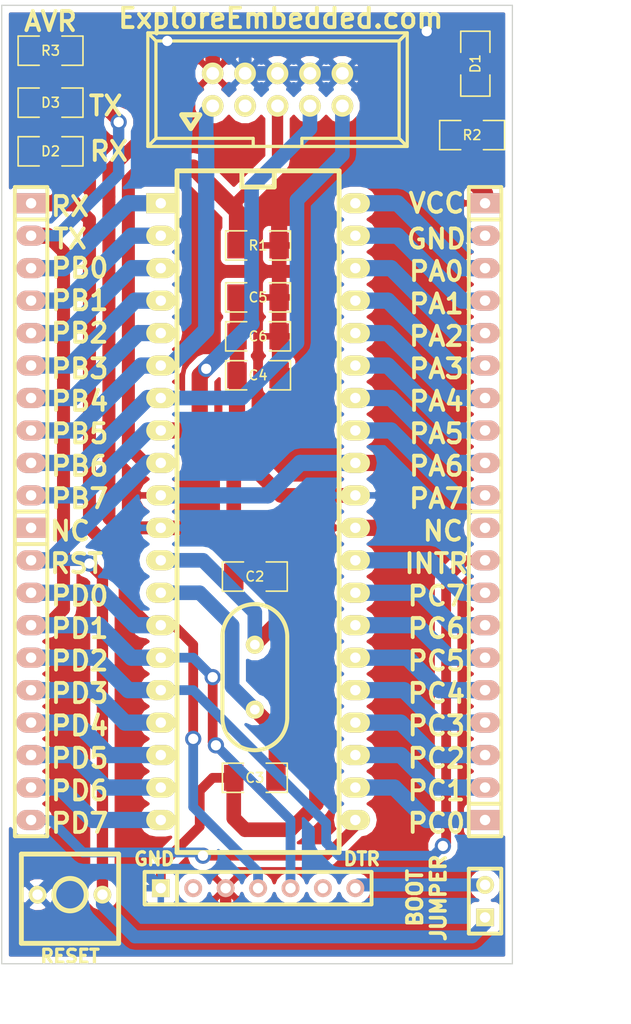
<source format=kicad_pcb>
(kicad_pcb (version 4) (host pcbnew "(2015-01-16 BZR 5376)-product")

  (general
    (links 80)
    (no_connects 0)
    (area 175.449999 94.488 219.740238 170.2562)
    (thickness 1.6)
    (drawings 54)
    (tracks 316)
    (zones 0)
    (modules 21)
    (nets 41)
  )

  (page A3)
  (layers
    (0 F.Cu signal)
    (31 B.Cu signal)
    (32 B.Adhes user)
    (33 F.Adhes user)
    (34 B.Paste user)
    (35 F.Paste user)
    (36 B.SilkS user)
    (37 F.SilkS user)
    (38 B.Mask user)
    (39 F.Mask user)
    (40 Dwgs.User user)
    (41 Cmts.User user)
    (42 Eco1.User user)
    (43 Eco2.User user)
    (44 Edge.Cuts user)
  )

  (setup
    (last_trace_width 0.254)
    (user_trace_width 0.508)
    (user_trace_width 0.635)
    (user_trace_width 0.762)
    (user_trace_width 0.889)
    (user_trace_width 1.016)
    (user_trace_width 1.143)
    (user_trace_width 1.27)
    (trace_clearance 0.254)
    (zone_clearance 0.508)
    (zone_45_only no)
    (trace_min 0.254)
    (segment_width 0.2)
    (edge_width 0.1)
    (via_size 0.889)
    (via_drill 0.635)
    (via_min_size 0.889)
    (via_min_drill 0.508)
    (user_via 1.27 0.8)
    (uvia_size 0.508)
    (uvia_drill 0.127)
    (uvias_allowed no)
    (uvia_min_size 0.508)
    (uvia_min_drill 0.127)
    (pcb_text_width 0.3)
    (pcb_text_size 1.5 1.5)
    (mod_edge_width 0.15)
    (mod_text_size 1 1)
    (mod_text_width 0.15)
    (pad_size 1.7 1.7)
    (pad_drill 0.99822)
    (pad_to_mask_clearance 0)
    (aux_axis_origin 0 0)
    (visible_elements 7FFFFFFF)
    (pcbplotparams
      (layerselection 0x00030_80000001)
      (usegerberextensions true)
      (excludeedgelayer true)
      (linewidth 0.150000)
      (plotframeref false)
      (viasonmask false)
      (mode 1)
      (useauxorigin false)
      (hpglpennumber 1)
      (hpglpenspeed 20)
      (hpglpendiameter 15)
      (hpglpenoverlay 2)
      (psnegative false)
      (psa4output false)
      (plotreference true)
      (plotvalue true)
      (plotinvisibletext false)
      (padsonsilk false)
      (subtractmaskfromsilk false)
      (outputformat 1)
      (mirror false)
      (drillshape 1)
      (scaleselection 1)
      (outputdirectory ""))
  )

  (net 0 "")
  (net 1 /+5V)
  (net 2 /INTR)
  (net 3 /MISO)
  (net 4 /MOSI)
  (net 5 /RX)
  (net 6 /SCK)
  (net 7 /TX)
  (net 8 /rst)
  (net 9 GND)
  (net 10 N-000001)
  (net 11 N-0000010)
  (net 12 N-0000011)
  (net 13 N-0000012)
  (net 14 N-0000015)
  (net 15 N-0000016)
  (net 16 N-0000017)
  (net 17 N-0000018)
  (net 18 N-0000019)
  (net 19 N-000002)
  (net 20 N-0000020)
  (net 21 N-0000023)
  (net 22 N-0000024)
  (net 23 N-0000026)
  (net 24 N-0000029)
  (net 25 N-000003)
  (net 26 N-0000032)
  (net 27 N-0000033)
  (net 28 N-0000034)
  (net 29 N-0000035)
  (net 30 N-0000036)
  (net 31 N-0000037)
  (net 32 N-0000038)
  (net 33 N-0000039)
  (net 34 N-000004)
  (net 35 N-0000040)
  (net 36 N-0000045)
  (net 37 N-000005)
  (net 38 N-000006)
  (net 39 N-000007)
  (net 40 N-000008)

  (net_class Default "This is the default net class."
    (clearance 0.254)
    (trace_width 0.254)
    (via_dia 0.889)
    (via_drill 0.635)
    (uvia_dia 0.508)
    (uvia_drill 0.127)
    (add_net /+5V)
    (add_net /INTR)
    (add_net /MISO)
    (add_net /MOSI)
    (add_net /RX)
    (add_net /SCK)
    (add_net /TX)
    (add_net /rst)
    (add_net GND)
    (add_net N-000001)
    (add_net N-0000010)
    (add_net N-0000011)
    (add_net N-0000012)
    (add_net N-0000015)
    (add_net N-0000016)
    (add_net N-0000017)
    (add_net N-0000018)
    (add_net N-0000019)
    (add_net N-000002)
    (add_net N-0000020)
    (add_net N-0000023)
    (add_net N-0000024)
    (add_net N-0000026)
    (add_net N-0000029)
    (add_net N-000003)
    (add_net N-0000032)
    (add_net N-0000033)
    (add_net N-0000034)
    (add_net N-0000035)
    (add_net N-0000036)
    (add_net N-0000037)
    (add_net N-0000038)
    (add_net N-0000039)
    (add_net N-000004)
    (add_net N-0000040)
    (add_net N-0000045)
    (add_net N-000005)
    (add_net N-000006)
    (add_net N-000007)
    (add_net N-000008)
  )

  (module VASCH5x2 (layer F.Cu) (tedit 54F9A4AB) (tstamp 54F1D92B)
    (at 197.104 101.6)
    (descr CONNECTOR)
    (tags CONNECTOR)
    (path /54F1C123)
    (attr virtual)
    (fp_text reference P1 (at -8.89 -5.08) (layer F.SilkS) hide
      (effects (font (size 1.778 1.778) (thickness 0.0889)))
    )
    (fp_text value CONN_5X2 (at 1.27 6.35) (layer F.SilkS) hide
      (effects (font (size 1.778 1.778) (thickness 0.0889)))
    )
    (fp_line (start -9.525 -3.81) (end -10.16 -4.445) (layer F.SilkS) (width 0.254))
    (fp_line (start -9.525 3.81) (end -10.16 4.445) (layer F.SilkS) (width 0.254))
    (fp_line (start 9.525 3.81) (end 10.16 4.445) (layer F.SilkS) (width 0.254))
    (fp_line (start 9.525 -3.81) (end 10.16 -4.445) (layer F.SilkS) (width 0.254))
    (fp_line (start 1.905 4.445) (end 1.905 3.81) (layer F.SilkS) (width 0.254))
    (fp_line (start 1.905 3.81) (end 9.525 3.81) (layer F.SilkS) (width 0.254))
    (fp_line (start 9.525 3.81) (end 9.525 -3.81) (layer F.SilkS) (width 0.254))
    (fp_line (start 9.525 -3.81) (end -9.525 -3.81) (layer F.SilkS) (width 0.254))
    (fp_line (start -9.525 -3.81) (end -9.525 3.81) (layer F.SilkS) (width 0.254))
    (fp_line (start -9.525 3.81) (end -1.905 3.81) (layer F.SilkS) (width 0.254))
    (fp_line (start -1.905 3.81) (end -1.905 4.445) (layer F.SilkS) (width 0.254))
    (fp_line (start -10.16 4.445) (end 10.16 4.445) (layer F.SilkS) (width 0.254))
    (fp_line (start 10.16 -4.445) (end -10.16 -4.445) (layer F.SilkS) (width 0.254))
    (fp_line (start -10.16 -4.445) (end -10.16 4.445) (layer F.SilkS) (width 0.254))
    (fp_line (start 10.16 -4.445) (end 10.16 4.445) (layer F.SilkS) (width 0.254))
    (fp_line (start -7.49808 1.9685) (end -6.79958 3.03784) (layer F.SilkS) (width 0.4064))
    (fp_line (start -6.79958 3.03784) (end -6.09854 1.9685) (layer F.SilkS) (width 0.4064))
    (fp_line (start -6.09854 1.9685) (end -7.49808 1.9685) (layer F.SilkS) (width 0.4064))
    (pad 1 thru_hole circle (at -5.08 1.27) (size 1.7 1.7) (drill 0.99822) (layers *.Cu *.Mask F.Paste F.SilkS)
      (net 4 /MOSI))
    (pad 2 thru_hole circle (at -5.08 -1.27) (size 1.7 1.7) (drill 0.99822) (layers *.Cu *.Mask F.Paste F.SilkS)
      (net 1 /+5V))
    (pad 3 thru_hole circle (at -2.54 1.27) (size 1.7 1.7) (drill 0.99822) (layers *.Cu *.Mask F.Paste F.SilkS))
    (pad 4 thru_hole circle (at -2.54 -1.27) (size 1.7 1.7) (drill 0.99822) (layers *.Cu *.Mask F.Paste F.SilkS)
      (net 9 GND))
    (pad 5 thru_hole circle (at 0 1.27) (size 1.7 1.7) (drill 0.99822) (layers *.Cu *.Mask F.Paste F.SilkS)
      (net 8 /rst))
    (pad 6 thru_hole circle (at 0 -1.27) (size 1.7 1.7) (drill 0.99822) (layers *.Cu *.Mask F.Paste F.SilkS)
      (net 9 GND))
    (pad 7 thru_hole circle (at 2.54 1.27) (size 1.7 1.7) (drill 0.99822) (layers *.Cu *.Mask F.Paste F.SilkS)
      (net 6 /SCK))
    (pad 8 thru_hole circle (at 2.54 -1.27) (size 1.7 1.7) (drill 0.99822) (layers *.Cu *.Mask F.Paste F.SilkS)
      (net 9 GND))
    (pad 9 thru_hole circle (at 5.08 1.27) (size 1.7 1.7) (drill 0.99822) (layers *.Cu *.Mask F.Paste F.SilkS)
      (net 3 /MISO))
    (pad 10 thru_hole circle (at 5.08 -1.27) (size 1.7 1.7) (drill 0.99822) (layers *.Cu *.Mask F.Paste F.SilkS)
      (net 9 GND))
    (model connectors/header_sockets/socket_5x2_90.wrl
      (at (xyz 0 0 0))
      (scale (xyz 1 1 1))
      (rotate (xyz 0 0 180))
    )
  )

  (module SIL-10 (layer F.Cu) (tedit 54F6BFCA) (tstamp 54F1D96E)
    (at 177.8 121.92 270)
    (descr "Connecteur 10 pins")
    (tags "CONN DEV")
    (path /54F1DC1E)
    (fp_text reference P5 (at -6.35 -2.54 270) (layer F.SilkS) hide
      (effects (font (size 1.72974 1.08712) (thickness 0.27178)))
    )
    (fp_text value CONN_10 (at 6.35 -2.54 270) (layer F.SilkS) hide
      (effects (font (size 1.524 1.016) (thickness 0.254)))
    )
    (fp_line (start -12.7 1.27) (end -12.7 -1.27) (layer F.SilkS) (width 0.3048))
    (fp_line (start -12.7 -1.27) (end 12.7 -1.27) (layer F.SilkS) (width 0.3048))
    (fp_line (start 12.7 -1.27) (end 12.7 1.27) (layer F.SilkS) (width 0.3048))
    (fp_line (start 12.7 1.27) (end -12.7 1.27) (layer F.SilkS) (width 0.3048))
    (fp_line (start -10.16 1.27) (end -10.16 -1.27) (layer F.SilkS) (width 0.3048))
    (pad 1 thru_hole rect (at -11.43 0 270) (size 1.5748 2.286) (drill 0.8128) (layers *.Cu *.Mask B.SilkS)
      (net 5 /RX))
    (pad 2 thru_hole oval (at -8.89 0 270) (size 1.5748 2.286) (drill 0.8128) (layers *.Cu *.Mask B.SilkS)
      (net 7 /TX))
    (pad 3 thru_hole oval (at -6.35 0 270) (size 1.5748 2.286) (drill 0.8128) (layers *.Cu *.Mask B.SilkS)
      (net 13 N-0000012))
    (pad 4 thru_hole oval (at -3.81 0 270) (size 1.5748 2.286) (drill 0.8128) (layers *.Cu *.Mask B.SilkS)
      (net 12 N-0000011))
    (pad 5 thru_hole oval (at -1.27 0 270) (size 1.5748 2.286) (drill 0.8128) (layers *.Cu *.Mask B.SilkS)
      (net 15 N-0000016))
    (pad 6 thru_hole oval (at 1.27 0 270) (size 1.5748 2.286) (drill 0.8128) (layers *.Cu *.Mask B.SilkS)
      (net 20 N-0000020))
    (pad 7 thru_hole oval (at 3.81 0 270) (size 1.5748 2.286) (drill 0.8128) (layers *.Cu *.Mask B.SilkS)
      (net 18 N-0000019))
    (pad 8 thru_hole oval (at 6.35 0 270) (size 1.5748 2.286) (drill 0.8128) (layers *.Cu *.Mask B.SilkS)
      (net 4 /MOSI))
    (pad 9 thru_hole oval (at 8.89 0 270) (size 1.5748 2.286) (drill 0.8128) (layers *.Cu *.Mask B.SilkS)
      (net 3 /MISO))
    (pad 10 thru_hole oval (at 11.43 0 270) (size 1.5748 2.286) (drill 0.8128) (layers *.Cu *.Mask B.SilkS)
      (net 6 /SCK))
    (model C:/Users/pc/Documents/Kicad/pins_array_9x1.wrl
      (at (xyz 0 0 0))
      (scale (xyz 1 1 1))
      (rotate (xyz 0 0 0))
    )
  )

  (module SIL-10 (layer F.Cu) (tedit 54F6BFE2) (tstamp 54F1D981)
    (at 213.36 121.92 270)
    (descr "Connecteur 10 pins")
    (tags "CONN DEV")
    (path /54F1DC84)
    (fp_text reference P3 (at -6.35 -2.54 270) (layer F.SilkS) hide
      (effects (font (size 1.72974 1.08712) (thickness 0.27178)))
    )
    (fp_text value CONN_10 (at 6.35 -2.54 270) (layer F.SilkS) hide
      (effects (font (size 1.524 1.016) (thickness 0.254)))
    )
    (fp_line (start -12.7 1.27) (end -12.7 -1.27) (layer F.SilkS) (width 0.3048))
    (fp_line (start -12.7 -1.27) (end 12.7 -1.27) (layer F.SilkS) (width 0.3048))
    (fp_line (start 12.7 -1.27) (end 12.7 1.27) (layer F.SilkS) (width 0.3048))
    (fp_line (start 12.7 1.27) (end -12.7 1.27) (layer F.SilkS) (width 0.3048))
    (fp_line (start -10.16 1.27) (end -10.16 -1.27) (layer F.SilkS) (width 0.3048))
    (pad 1 thru_hole rect (at -11.43 0 270) (size 1.5748 2.286) (drill 0.8128) (layers *.Cu *.Mask B.SilkS)
      (net 1 /+5V))
    (pad 2 thru_hole oval (at -8.89 0 270) (size 1.5748 2.286) (drill 0.8128) (layers *.Cu *.Mask B.SilkS)
      (net 9 GND))
    (pad 3 thru_hole oval (at -6.35 0 270) (size 1.5748 2.286) (drill 0.8128) (layers *.Cu *.Mask B.SilkS)
      (net 39 N-000007))
    (pad 4 thru_hole oval (at -3.81 0 270) (size 1.5748 2.286) (drill 0.8128) (layers *.Cu *.Mask B.SilkS)
      (net 38 N-000006))
    (pad 5 thru_hole oval (at -1.27 0 270) (size 1.5748 2.286) (drill 0.8128) (layers *.Cu *.Mask B.SilkS)
      (net 40 N-000008))
    (pad 6 thru_hole oval (at 1.27 0 270) (size 1.5748 2.286) (drill 0.8128) (layers *.Cu *.Mask B.SilkS)
      (net 37 N-000005))
    (pad 7 thru_hole oval (at 3.81 0 270) (size 1.5748 2.286) (drill 0.8128) (layers *.Cu *.Mask B.SilkS)
      (net 34 N-000004))
    (pad 8 thru_hole oval (at 6.35 0 270) (size 1.5748 2.286) (drill 0.8128) (layers *.Cu *.Mask B.SilkS)
      (net 25 N-000003))
    (pad 9 thru_hole oval (at 8.89 0 270) (size 1.5748 2.286) (drill 0.8128) (layers *.Cu *.Mask B.SilkS)
      (net 10 N-000001))
    (pad 10 thru_hole oval (at 11.43 0 270) (size 1.5748 2.286) (drill 0.8128) (layers *.Cu *.Mask B.SilkS)
      (net 19 N-000002))
    (model C:/Users/pc/Documents/Kicad/pins_array_9x1.wrl
      (at (xyz 0 0 0))
      (scale (xyz 1 1 1))
      (rotate (xyz 0 0 0))
    )
  )

  (module HC-49V (layer F.Cu) (tedit 54F6B396) (tstamp 54F1D99B)
    (at 195.326 147.574 90)
    (descr "Quartz boitier HC-49 Vertical")
    (tags "QUARTZ DEV")
    (path /54F1C16D)
    (autoplace_cost180 10)
    (fp_text reference X1 (at 0 -3.81 90) (layer F.SilkS) hide
      (effects (font (thickness 0.3048)))
    )
    (fp_text value 16Mhz (at 0 3.81 90) (layer F.SilkS) hide
      (effects (font (thickness 0.3048)))
    )
    (fp_line (start -3.175 2.54) (end 3.175 2.54) (layer F.SilkS) (width 0.3175))
    (fp_line (start -3.175 -2.54) (end 3.175 -2.54) (layer F.SilkS) (width 0.3175))
    (fp_arc (start 3.175 0) (end 3.175 -2.54) (angle 90) (layer F.SilkS) (width 0.3175))
    (fp_arc (start 3.175 0) (end 5.715 0) (angle 90) (layer F.SilkS) (width 0.3175))
    (fp_arc (start -3.175 0) (end -5.715 0) (angle 90) (layer F.SilkS) (width 0.3175))
    (fp_arc (start -3.175 0) (end -3.175 2.54) (angle 90) (layer F.SilkS) (width 0.3175))
    (pad 1 thru_hole circle (at -2.54 0 90) (size 1.4224 1.4224) (drill 0.762) (layers *.Cu *.Mask F.SilkS)
      (net 36 N-0000045))
    (pad 2 thru_hole circle (at 2.54 0 90) (size 1.4224 1.4224) (drill 0.762) (layers *.Cu *.Mask F.SilkS)
      (net 26 N-0000032))
    (model discret/xtal/crystal_hc18u_vertical.wrl
      (at (xyz 0 0 0))
      (scale (xyz 1 1 0.2))
      (rotate (xyz 0 0 0))
    )
  )

  (module DIP-40__600_ELL (layer F.Cu) (tedit 54F6B38C) (tstamp 54F1D9CE)
    (at 195.58 134.62 270)
    (descr "Module Dil 40 pins, pads elliptiques, e=600 mils")
    (tags DIL)
    (path /54F1C136)
    (fp_text reference IC1 (at -19.05 -3.81 270) (layer F.SilkS) hide
      (effects (font (size 1.778 1.143) (thickness 0.28575)))
    )
    (fp_text value ATMEGA32-P (at 0 2.54 270) (layer F.SilkS) hide
      (effects (font (size 1.778 1.778) (thickness 0.3048)))
    )
    (fp_line (start -26.67 -1.27) (end -25.4 -1.27) (layer F.SilkS) (width 0.381))
    (fp_line (start -25.4 -1.27) (end -25.4 1.27) (layer F.SilkS) (width 0.381))
    (fp_line (start -25.4 1.27) (end -26.67 1.27) (layer F.SilkS) (width 0.381))
    (fp_line (start -26.67 -6.35) (end 26.67 -6.35) (layer F.SilkS) (width 0.381))
    (fp_line (start 26.67 -6.35) (end 26.67 6.35) (layer F.SilkS) (width 0.381))
    (fp_line (start 26.67 6.35) (end -26.67 6.35) (layer F.SilkS) (width 0.381))
    (fp_line (start -26.67 6.35) (end -26.67 -6.35) (layer F.SilkS) (width 0.381))
    (pad 1 thru_hole rect (at -24.13 7.62 270) (size 1.5748 2.286) (drill 0.8128) (layers *.Cu *.Mask F.SilkS)
      (net 13 N-0000012))
    (pad 2 thru_hole oval (at -21.59 7.62 270) (size 1.5748 2.286) (drill 0.8128) (layers *.Cu *.Mask F.SilkS)
      (net 12 N-0000011))
    (pad 3 thru_hole oval (at -19.05 7.62 270) (size 1.5748 2.286) (drill 0.8128) (layers *.Cu *.Mask F.SilkS)
      (net 15 N-0000016))
    (pad 4 thru_hole oval (at -16.51 7.62 270) (size 1.5748 2.286) (drill 0.8128) (layers *.Cu *.Mask F.SilkS)
      (net 20 N-0000020))
    (pad 5 thru_hole oval (at -13.97 7.62 270) (size 1.5748 2.286) (drill 0.8128) (layers *.Cu *.Mask F.SilkS)
      (net 18 N-0000019))
    (pad 6 thru_hole oval (at -11.43 7.62 270) (size 1.5748 2.286) (drill 0.8128) (layers *.Cu *.Mask F.SilkS)
      (net 4 /MOSI))
    (pad 7 thru_hole oval (at -8.89 7.62 270) (size 1.5748 2.286) (drill 0.8128) (layers *.Cu *.Mask F.SilkS)
      (net 3 /MISO))
    (pad 8 thru_hole oval (at -6.35 7.62 270) (size 1.5748 2.286) (drill 0.8128) (layers *.Cu *.Mask F.SilkS)
      (net 6 /SCK))
    (pad 9 thru_hole oval (at -3.81 7.62 270) (size 1.5748 2.286) (drill 0.8128) (layers *.Cu *.Mask F.SilkS)
      (net 8 /rst))
    (pad 10 thru_hole oval (at -1.27 7.62 270) (size 1.5748 2.286) (drill 0.8128) (layers *.Cu *.Mask F.SilkS)
      (net 1 /+5V))
    (pad 11 thru_hole oval (at 1.27 7.62 270) (size 1.5748 2.286) (drill 0.8128) (layers *.Cu *.Mask F.SilkS)
      (net 9 GND))
    (pad 12 thru_hole oval (at 3.81 7.62 270) (size 1.5748 2.286) (drill 0.8128) (layers *.Cu *.Mask F.SilkS)
      (net 26 N-0000032))
    (pad 13 thru_hole oval (at 6.35 7.62 270) (size 1.5748 2.286) (drill 0.8128) (layers *.Cu *.Mask F.SilkS)
      (net 36 N-0000045))
    (pad 14 thru_hole oval (at 8.89 7.62 270) (size 1.5748 2.286) (drill 0.8128) (layers *.Cu *.Mask F.SilkS)
      (net 5 /RX))
    (pad 15 thru_hole oval (at 11.43 7.62 270) (size 1.5748 2.286) (drill 0.8128) (layers *.Cu *.Mask F.SilkS)
      (net 7 /TX))
    (pad 16 thru_hole oval (at 13.97 7.62 270) (size 1.5748 2.286) (drill 0.8128) (layers *.Cu *.Mask F.SilkS)
      (net 2 /INTR))
    (pad 17 thru_hole oval (at 16.51 7.62 270) (size 1.5748 2.286) (drill 0.8128) (layers *.Cu *.Mask F.SilkS)
      (net 23 N-0000026))
    (pad 18 thru_hole oval (at 19.05 7.62 270) (size 1.5748 2.286) (drill 0.8128) (layers *.Cu *.Mask F.SilkS)
      (net 17 N-0000018))
    (pad 19 thru_hole oval (at 21.59 7.62 270) (size 1.5748 2.286) (drill 0.8128) (layers *.Cu *.Mask F.SilkS)
      (net 16 N-0000017))
    (pad 20 thru_hole oval (at 24.13 7.62 270) (size 1.5748 2.286) (drill 0.8128) (layers *.Cu *.Mask F.SilkS)
      (net 11 N-0000010))
    (pad 21 thru_hole oval (at 24.13 -7.62 270) (size 1.5748 2.286) (drill 0.8128) (layers *.Cu *.Mask F.SilkS)
      (net 14 N-0000015))
    (pad 22 thru_hole oval (at 21.59 -7.62 270) (size 1.5748 2.286) (drill 0.8128) (layers *.Cu *.Mask F.SilkS)
      (net 29 N-0000035))
    (pad 23 thru_hole oval (at 19.05 -7.62 270) (size 1.5748 2.286) (drill 0.8128) (layers *.Cu *.Mask F.SilkS)
      (net 28 N-0000034))
    (pad 24 thru_hole oval (at 16.51 -7.62 270) (size 1.5748 2.286) (drill 0.8128) (layers *.Cu *.Mask F.SilkS)
      (net 27 N-0000033))
    (pad 25 thru_hole oval (at 13.97 -7.62 270) (size 1.5748 2.286) (drill 0.8128) (layers *.Cu *.Mask F.SilkS)
      (net 35 N-0000040))
    (pad 26 thru_hole oval (at 11.43 -7.62 270) (size 1.5748 2.286) (drill 0.8128) (layers *.Cu *.Mask F.SilkS)
      (net 33 N-0000039))
    (pad 27 thru_hole oval (at 8.89 -7.62 270) (size 1.5748 2.286) (drill 0.8128) (layers *.Cu *.Mask F.SilkS)
      (net 32 N-0000038))
    (pad 28 thru_hole oval (at 6.35 -7.62 270) (size 1.5748 2.286) (drill 0.8128) (layers *.Cu *.Mask F.SilkS)
      (net 31 N-0000037))
    (pad 29 thru_hole oval (at 3.81 -7.62 270) (size 1.5748 2.286) (drill 0.8128) (layers *.Cu *.Mask F.SilkS)
      (net 30 N-0000036))
    (pad 30 thru_hole oval (at 1.27 -7.62 270) (size 1.5748 2.286) (drill 0.8128) (layers *.Cu *.Mask F.SilkS)
      (net 1 /+5V))
    (pad 31 thru_hole oval (at -1.27 -7.62 270) (size 1.5748 2.286) (drill 0.8128) (layers *.Cu *.Mask F.SilkS)
      (net 9 GND))
    (pad 32 thru_hole oval (at -3.81 -7.62 270) (size 1.5748 2.286) (drill 0.8128) (layers *.Cu *.Mask F.SilkS)
      (net 1 /+5V))
    (pad 33 thru_hole oval (at -6.35 -7.62 270) (size 1.5748 2.286) (drill 0.8128) (layers *.Cu *.Mask F.SilkS)
      (net 19 N-000002))
    (pad 34 thru_hole oval (at -8.89 -7.62 270) (size 1.5748 2.286) (drill 0.8128) (layers *.Cu *.Mask F.SilkS)
      (net 10 N-000001))
    (pad 35 thru_hole oval (at -11.43 -7.62 270) (size 1.5748 2.286) (drill 0.8128) (layers *.Cu *.Mask F.SilkS)
      (net 25 N-000003))
    (pad 36 thru_hole oval (at -13.97 -7.62 270) (size 1.5748 2.286) (drill 0.8128) (layers *.Cu *.Mask F.SilkS)
      (net 34 N-000004))
    (pad 37 thru_hole oval (at -16.51 -7.62 270) (size 1.5748 2.286) (drill 0.8128) (layers *.Cu *.Mask F.SilkS)
      (net 37 N-000005))
    (pad 38 thru_hole oval (at -19.05 -7.62 270) (size 1.5748 2.286) (drill 0.8128) (layers *.Cu *.Mask F.SilkS)
      (net 40 N-000008))
    (pad 39 thru_hole oval (at -21.59 -7.62 270) (size 1.5748 2.286) (drill 0.8128) (layers *.Cu *.Mask F.SilkS)
      (net 38 N-000006))
    (pad 40 thru_hole oval (at -24.13 -7.62 270) (size 1.5748 2.286) (drill 0.8128) (layers *.Cu *.Mask F.SilkS)
      (net 39 N-000007))
    (model dil\dil_40-w600.wrl
      (at (xyz 0 0 0))
      (scale (xyz 1 1 1))
      (rotate (xyz 0 0 0))
    )
  )

  (module SIL-10 (layer F.Cu) (tedit 54F6BFB5) (tstamp 54F1D94A)
    (at 177.8 147.32 270)
    (descr "Connecteur 10 pins")
    (tags "CONN DEV")
    (path /54F69BEF)
    (fp_text reference P2 (at -6.35 -2.54 270) (layer F.SilkS) hide
      (effects (font (size 1.72974 1.08712) (thickness 0.27178)))
    )
    (fp_text value CONN_10 (at 6.35 -2.54 270) (layer F.SilkS) hide
      (effects (font (size 1.524 1.016) (thickness 0.254)))
    )
    (fp_line (start -12.7 1.27) (end -12.7 -1.27) (layer F.SilkS) (width 0.3048))
    (fp_line (start -12.7 -1.27) (end 12.7 -1.27) (layer F.SilkS) (width 0.3048))
    (fp_line (start 12.7 -1.27) (end 12.7 1.27) (layer F.SilkS) (width 0.3048))
    (fp_line (start 12.7 1.27) (end -12.7 1.27) (layer F.SilkS) (width 0.3048))
    (fp_line (start -10.16 1.27) (end -10.16 -1.27) (layer F.SilkS) (width 0.3048))
    (pad 1 thru_hole rect (at -11.43 0 270) (size 1.5748 2.286) (drill 0.8128) (layers *.Cu *.Mask B.SilkS))
    (pad 2 thru_hole oval (at -8.89 0 270) (size 1.5748 2.286) (drill 0.8128) (layers *.Cu *.Mask B.SilkS)
      (net 8 /rst))
    (pad 3 thru_hole oval (at -6.35 0 270) (size 1.5748 2.286) (drill 0.8128) (layers *.Cu *.Mask B.SilkS)
      (net 5 /RX))
    (pad 4 thru_hole oval (at -3.81 0 270) (size 1.5748 2.286) (drill 0.8128) (layers *.Cu *.Mask B.SilkS)
      (net 7 /TX))
    (pad 5 thru_hole oval (at -1.27 0 270) (size 1.5748 2.286) (drill 0.8128) (layers *.Cu *.Mask B.SilkS)
      (net 2 /INTR))
    (pad 6 thru_hole oval (at 1.27 0 270) (size 1.5748 2.286) (drill 0.8128) (layers *.Cu *.Mask B.SilkS)
      (net 23 N-0000026))
    (pad 7 thru_hole oval (at 3.81 0 270) (size 1.5748 2.286) (drill 0.8128) (layers *.Cu *.Mask B.SilkS)
      (net 17 N-0000018))
    (pad 8 thru_hole oval (at 6.35 0 270) (size 1.5748 2.286) (drill 0.8128) (layers *.Cu *.Mask B.SilkS)
      (net 16 N-0000017))
    (pad 9 thru_hole oval (at 8.89 0 270) (size 1.5748 2.286) (drill 0.8128) (layers *.Cu *.Mask B.SilkS)
      (net 11 N-0000010))
    (pad 10 thru_hole oval (at 11.43 0 270) (size 1.5748 2.286) (drill 0.8128) (layers *.Cu *.Mask B.SilkS)
      (net 14 N-0000015))
    (model C:/Users/pc/Documents/Kicad/pins_array_9x1.wrl
      (at (xyz 0 0 0))
      (scale (xyz 1 1 1))
      (rotate (xyz 0 0 0))
    )
  )

  (module SIL-10 (layer F.Cu) (tedit 54F80ACD) (tstamp 54F1D95B)
    (at 213.36 147.32 90)
    (descr "Connecteur 10 pins")
    (tags "CONN DEV")
    (path /54F69C14)
    (fp_text reference P4 (at -6.35 -2.54 90) (layer F.SilkS) hide
      (effects (font (size 1.72974 1.08712) (thickness 0.27178)))
    )
    (fp_text value CONN_10 (at 6.35 -2.54 90) (layer F.SilkS) hide
      (effects (font (size 1.524 1.016) (thickness 0.254)))
    )
    (fp_line (start -12.7 1.27) (end -12.7 -1.27) (layer F.SilkS) (width 0.3048))
    (fp_line (start -12.7 -1.27) (end 12.7 -1.27) (layer F.SilkS) (width 0.3048))
    (fp_line (start 12.7 -1.27) (end 12.7 1.27) (layer F.SilkS) (width 0.3048))
    (fp_line (start 12.7 1.27) (end -12.7 1.27) (layer F.SilkS) (width 0.3048))
    (fp_line (start -10.16 1.27) (end -10.16 -1.27) (layer F.SilkS) (width 0.3048))
    (pad 1 thru_hole rect (at -11.43 0 90) (size 1.5748 2.286) (drill 0.8128) (layers *.Cu *.Mask B.SilkS)
      (net 29 N-0000035))
    (pad 2 thru_hole oval (at -8.89 0 90) (size 1.5748 2.286) (drill 0.8128) (layers *.Cu *.Mask B.SilkS)
      (net 28 N-0000034))
    (pad 3 thru_hole oval (at -6.35 0 90) (size 1.5748 2.286) (drill 0.8128) (layers *.Cu *.Mask B.SilkS)
      (net 27 N-0000033))
    (pad 4 thru_hole oval (at -3.81 0 90) (size 1.5748 2.286) (drill 0.8128) (layers *.Cu *.Mask B.SilkS)
      (net 35 N-0000040))
    (pad 5 thru_hole oval (at -1.27 0 90) (size 1.5748 2.286) (drill 0.8128) (layers *.Cu *.Mask B.SilkS)
      (net 33 N-0000039))
    (pad 6 thru_hole oval (at 1.27 0 90) (size 1.5748 2.286) (drill 0.8128) (layers *.Cu *.Mask B.SilkS)
      (net 32 N-0000038))
    (pad 7 thru_hole oval (at 3.81 0 90) (size 1.5748 2.286) (drill 0.8128) (layers *.Cu *.Mask B.SilkS)
      (net 31 N-0000037))
    (pad 8 thru_hole oval (at 6.35 0 90) (size 1.5748 2.286) (drill 0.8128) (layers *.Cu *.Mask B.SilkS)
      (net 30 N-0000036))
    (pad 9 thru_hole oval (at 8.89 0 90) (size 1.5748 2.286) (drill 0.8128) (layers *.Cu *.Mask B.SilkS)
      (net 2 /INTR))
    (pad 10 thru_hole oval (at 11.43 0 90) (size 1.5748 2.286) (drill 0.8128) (layers *.Cu *.Mask B.SilkS))
    (model C:/Users/pc/Documents/Kicad/pins_array_9x1.wrl
      (at (xyz 0 0 0))
      (scale (xyz 1 1 1))
      (rotate (xyz 0 0 0))
    )
  )

  (module SM1206 (layer F.Cu) (tedit 42806E24) (tstamp 54F1D98F)
    (at 195.58 113.792)
    (path /54F1C18C)
    (attr smd)
    (fp_text reference R1 (at 0 0) (layer F.SilkS)
      (effects (font (size 0.762 0.762) (thickness 0.127)))
    )
    (fp_text value 10K (at 0 0) (layer F.SilkS) hide
      (effects (font (size 0.762 0.762) (thickness 0.127)))
    )
    (fp_line (start -2.54 -1.143) (end -2.54 1.143) (layer F.SilkS) (width 0.127))
    (fp_line (start -2.54 1.143) (end -0.889 1.143) (layer F.SilkS) (width 0.127))
    (fp_line (start 0.889 -1.143) (end 2.54 -1.143) (layer F.SilkS) (width 0.127))
    (fp_line (start 2.54 -1.143) (end 2.54 1.143) (layer F.SilkS) (width 0.127))
    (fp_line (start 2.54 1.143) (end 0.889 1.143) (layer F.SilkS) (width 0.127))
    (fp_line (start -0.889 -1.143) (end -2.54 -1.143) (layer F.SilkS) (width 0.127))
    (pad 1 smd rect (at -1.651 0) (size 1.524 2.032) (layers F.Cu F.Paste F.Mask)
      (net 8 /rst))
    (pad 2 smd rect (at 1.651 0) (size 1.524 2.032) (layers F.Cu F.Paste F.Mask)
      (net 1 /+5V))
    (model smd/chip_cms.wrl
      (at (xyz 0 0 0))
      (scale (xyz 0.17 0.16 0.16))
      (rotate (xyz 0 0 0))
    )
  )

  (module SM1206 (layer F.Cu) (tedit 42806E24) (tstamp 54F1D9D9)
    (at 195.326 155.448)
    (path /54F1C106)
    (attr smd)
    (fp_text reference C3 (at 0 0) (layer F.SilkS)
      (effects (font (size 0.762 0.762) (thickness 0.127)))
    )
    (fp_text value 22pF (at 0 0) (layer F.SilkS) hide
      (effects (font (size 0.762 0.762) (thickness 0.127)))
    )
    (fp_line (start -2.54 -1.143) (end -2.54 1.143) (layer F.SilkS) (width 0.127))
    (fp_line (start -2.54 1.143) (end -0.889 1.143) (layer F.SilkS) (width 0.127))
    (fp_line (start 0.889 -1.143) (end 2.54 -1.143) (layer F.SilkS) (width 0.127))
    (fp_line (start 2.54 -1.143) (end 2.54 1.143) (layer F.SilkS) (width 0.127))
    (fp_line (start 2.54 1.143) (end 0.889 1.143) (layer F.SilkS) (width 0.127))
    (fp_line (start -0.889 -1.143) (end -2.54 -1.143) (layer F.SilkS) (width 0.127))
    (pad 1 smd rect (at -1.651 0) (size 1.524 2.032) (layers F.Cu F.Paste F.Mask)
      (net 9 GND))
    (pad 2 smd rect (at 1.651 0) (size 1.524 2.032) (layers F.Cu F.Paste F.Mask)
      (net 36 N-0000045))
    (model smd/chip_cms.wrl
      (at (xyz 0 0 0))
      (scale (xyz 0.17 0.16 0.16))
      (rotate (xyz 0 0 0))
    )
  )

  (module SM1206 (layer F.Cu) (tedit 42806E24) (tstamp 54F1D9E4)
    (at 195.58 123.952 180)
    (path /54F1C148)
    (attr smd)
    (fp_text reference C4 (at 0 0 180) (layer F.SilkS)
      (effects (font (size 0.762 0.762) (thickness 0.127)))
    )
    (fp_text value 0.1uF (at 0 0 180) (layer F.SilkS) hide
      (effects (font (size 0.762 0.762) (thickness 0.127)))
    )
    (fp_line (start -2.54 -1.143) (end -2.54 1.143) (layer F.SilkS) (width 0.127))
    (fp_line (start -2.54 1.143) (end -0.889 1.143) (layer F.SilkS) (width 0.127))
    (fp_line (start 0.889 -1.143) (end 2.54 -1.143) (layer F.SilkS) (width 0.127))
    (fp_line (start 2.54 -1.143) (end 2.54 1.143) (layer F.SilkS) (width 0.127))
    (fp_line (start 2.54 1.143) (end 0.889 1.143) (layer F.SilkS) (width 0.127))
    (fp_line (start -0.889 -1.143) (end -2.54 -1.143) (layer F.SilkS) (width 0.127))
    (pad 1 smd rect (at -1.651 0 180) (size 1.524 2.032) (layers F.Cu F.Paste F.Mask)
      (net 1 /+5V))
    (pad 2 smd rect (at 1.651 0 180) (size 1.524 2.032) (layers F.Cu F.Paste F.Mask)
      (net 9 GND))
    (model smd/chip_cms.wrl
      (at (xyz 0 0 0))
      (scale (xyz 0.17 0.16 0.16))
      (rotate (xyz 0 0 0))
    )
  )

  (module SM1206 (layer F.Cu) (tedit 42806E24) (tstamp 54F1D9EF)
    (at 195.58 120.904 180)
    (path /54F1C154)
    (attr smd)
    (fp_text reference C6 (at 0 0 180) (layer F.SilkS)
      (effects (font (size 0.762 0.762) (thickness 0.127)))
    )
    (fp_text value 0.1uF (at 0 0 180) (layer F.SilkS) hide
      (effects (font (size 0.762 0.762) (thickness 0.127)))
    )
    (fp_line (start -2.54 -1.143) (end -2.54 1.143) (layer F.SilkS) (width 0.127))
    (fp_line (start -2.54 1.143) (end -0.889 1.143) (layer F.SilkS) (width 0.127))
    (fp_line (start 0.889 -1.143) (end 2.54 -1.143) (layer F.SilkS) (width 0.127))
    (fp_line (start 2.54 -1.143) (end 2.54 1.143) (layer F.SilkS) (width 0.127))
    (fp_line (start 2.54 1.143) (end 0.889 1.143) (layer F.SilkS) (width 0.127))
    (fp_line (start -0.889 -1.143) (end -2.54 -1.143) (layer F.SilkS) (width 0.127))
    (pad 1 smd rect (at -1.651 0 180) (size 1.524 2.032) (layers F.Cu F.Paste F.Mask)
      (net 1 /+5V))
    (pad 2 smd rect (at 1.651 0 180) (size 1.524 2.032) (layers F.Cu F.Paste F.Mask)
      (net 9 GND))
    (model smd/chip_cms.wrl
      (at (xyz 0 0 0))
      (scale (xyz 0.17 0.16 0.16))
      (rotate (xyz 0 0 0))
    )
  )

  (module SM1206 (layer F.Cu) (tedit 42806E24) (tstamp 54F1D9FA)
    (at 195.326 139.7)
    (path /54F1C167)
    (attr smd)
    (fp_text reference C2 (at 0 0) (layer F.SilkS)
      (effects (font (size 0.762 0.762) (thickness 0.127)))
    )
    (fp_text value 22pF (at 0 0) (layer F.SilkS) hide
      (effects (font (size 0.762 0.762) (thickness 0.127)))
    )
    (fp_line (start -2.54 -1.143) (end -2.54 1.143) (layer F.SilkS) (width 0.127))
    (fp_line (start -2.54 1.143) (end -0.889 1.143) (layer F.SilkS) (width 0.127))
    (fp_line (start 0.889 -1.143) (end 2.54 -1.143) (layer F.SilkS) (width 0.127))
    (fp_line (start 2.54 -1.143) (end 2.54 1.143) (layer F.SilkS) (width 0.127))
    (fp_line (start 2.54 1.143) (end 0.889 1.143) (layer F.SilkS) (width 0.127))
    (fp_line (start -0.889 -1.143) (end -2.54 -1.143) (layer F.SilkS) (width 0.127))
    (pad 1 smd rect (at -1.651 0) (size 1.524 2.032) (layers F.Cu F.Paste F.Mask)
      (net 9 GND))
    (pad 2 smd rect (at 1.651 0) (size 1.524 2.032) (layers F.Cu F.Paste F.Mask)
      (net 26 N-0000032))
    (model smd/chip_cms.wrl
      (at (xyz 0 0 0))
      (scale (xyz 0.17 0.16 0.16))
      (rotate (xyz 0 0 0))
    )
  )

  (module SM1206 (layer F.Cu) (tedit 42806E24) (tstamp 54F1DA05)
    (at 195.58 117.856 180)
    (path /54F1C1A0)
    (attr smd)
    (fp_text reference C5 (at 0 0 180) (layer F.SilkS)
      (effects (font (size 0.762 0.762) (thickness 0.127)))
    )
    (fp_text value 0.1uF (at 0 0 180) (layer F.SilkS) hide
      (effects (font (size 0.762 0.762) (thickness 0.127)))
    )
    (fp_line (start -2.54 -1.143) (end -2.54 1.143) (layer F.SilkS) (width 0.127))
    (fp_line (start -2.54 1.143) (end -0.889 1.143) (layer F.SilkS) (width 0.127))
    (fp_line (start 0.889 -1.143) (end 2.54 -1.143) (layer F.SilkS) (width 0.127))
    (fp_line (start 2.54 -1.143) (end 2.54 1.143) (layer F.SilkS) (width 0.127))
    (fp_line (start 2.54 1.143) (end 0.889 1.143) (layer F.SilkS) (width 0.127))
    (fp_line (start -0.889 -1.143) (end -2.54 -1.143) (layer F.SilkS) (width 0.127))
    (pad 1 smd rect (at -1.651 0 180) (size 1.524 2.032) (layers F.Cu F.Paste F.Mask)
      (net 1 /+5V))
    (pad 2 smd rect (at 1.651 0 180) (size 1.524 2.032) (layers F.Cu F.Paste F.Mask)
      (net 9 GND))
    (model smd/chip_cms.wrl
      (at (xyz 0 0 0))
      (scale (xyz 0.17 0.16 0.16))
      (rotate (xyz 0 0 0))
    )
  )

  (module SM1206 (layer F.Cu) (tedit 42806E24) (tstamp 54F99FF3)
    (at 212.344 105.156)
    (path /54F94C0B)
    (attr smd)
    (fp_text reference R2 (at 0 0) (layer F.SilkS)
      (effects (font (size 0.762 0.762) (thickness 0.127)))
    )
    (fp_text value R (at 0 0) (layer F.SilkS) hide
      (effects (font (size 0.762 0.762) (thickness 0.127)))
    )
    (fp_line (start -2.54 -1.143) (end -2.54 1.143) (layer F.SilkS) (width 0.127))
    (fp_line (start -2.54 1.143) (end -0.889 1.143) (layer F.SilkS) (width 0.127))
    (fp_line (start 0.889 -1.143) (end 2.54 -1.143) (layer F.SilkS) (width 0.127))
    (fp_line (start 2.54 -1.143) (end 2.54 1.143) (layer F.SilkS) (width 0.127))
    (fp_line (start 2.54 1.143) (end 0.889 1.143) (layer F.SilkS) (width 0.127))
    (fp_line (start -0.889 -1.143) (end -2.54 -1.143) (layer F.SilkS) (width 0.127))
    (pad 1 smd rect (at -1.651 0) (size 1.524 2.032) (layers F.Cu F.Paste F.Mask)
      (net 1 /+5V))
    (pad 2 smd rect (at 1.651 0) (size 1.524 2.032) (layers F.Cu F.Paste F.Mask)
      (net 24 N-0000029))
    (model smd/chip_cms.wrl
      (at (xyz 0 0 0))
      (scale (xyz 0.17 0.16 0.16))
      (rotate (xyz 0 0 0))
    )
  )

  (module SM1206 (layer F.Cu) (tedit 42806E24) (tstamp 54F99FFF)
    (at 212.598 99.568 90)
    (path /54F94C1A)
    (attr smd)
    (fp_text reference D1 (at 0 0 90) (layer F.SilkS)
      (effects (font (size 0.762 0.762) (thickness 0.127)))
    )
    (fp_text value LED (at 0 0 90) (layer F.SilkS) hide
      (effects (font (size 0.762 0.762) (thickness 0.127)))
    )
    (fp_line (start -2.54 -1.143) (end -2.54 1.143) (layer F.SilkS) (width 0.127))
    (fp_line (start -2.54 1.143) (end -0.889 1.143) (layer F.SilkS) (width 0.127))
    (fp_line (start 0.889 -1.143) (end 2.54 -1.143) (layer F.SilkS) (width 0.127))
    (fp_line (start 2.54 -1.143) (end 2.54 1.143) (layer F.SilkS) (width 0.127))
    (fp_line (start 2.54 1.143) (end 0.889 1.143) (layer F.SilkS) (width 0.127))
    (fp_line (start -0.889 -1.143) (end -2.54 -1.143) (layer F.SilkS) (width 0.127))
    (pad 1 smd rect (at -1.651 0 90) (size 1.524 2.032) (layers F.Cu F.Paste F.Mask)
      (net 24 N-0000029))
    (pad 2 smd rect (at 1.651 0 90) (size 1.524 2.032) (layers F.Cu F.Paste F.Mask)
      (net 9 GND))
    (model smd/chip_cms.wrl
      (at (xyz 0 0 0))
      (scale (xyz 0.17 0.16 0.16))
      (rotate (xyz 0 0 0))
    )
  )

  (module SM1206 (layer F.Cu) (tedit 42806E24) (tstamp 55150661)
    (at 179.324 106.426 180)
    (path /5514EDC8)
    (attr smd)
    (fp_text reference D2 (at 0 0 180) (layer F.SilkS)
      (effects (font (size 0.762 0.762) (thickness 0.127)))
    )
    (fp_text value LED (at 0 0 180) (layer F.SilkS) hide
      (effects (font (size 0.762 0.762) (thickness 0.127)))
    )
    (fp_line (start -2.54 -1.143) (end -2.54 1.143) (layer F.SilkS) (width 0.127))
    (fp_line (start -2.54 1.143) (end -0.889 1.143) (layer F.SilkS) (width 0.127))
    (fp_line (start 0.889 -1.143) (end 2.54 -1.143) (layer F.SilkS) (width 0.127))
    (fp_line (start 2.54 -1.143) (end 2.54 1.143) (layer F.SilkS) (width 0.127))
    (fp_line (start 2.54 1.143) (end 0.889 1.143) (layer F.SilkS) (width 0.127))
    (fp_line (start -0.889 -1.143) (end -2.54 -1.143) (layer F.SilkS) (width 0.127))
    (pad 1 smd rect (at -1.651 0 180) (size 1.524 2.032) (layers F.Cu F.Paste F.Mask)
      (net 5 /RX))
    (pad 2 smd rect (at 1.651 0 180) (size 1.524 2.032) (layers F.Cu F.Paste F.Mask)
      (net 21 N-0000023))
    (model smd/chip_cms.wrl
      (at (xyz 0 0 0))
      (scale (xyz 0.17 0.16 0.16))
      (rotate (xyz 0 0 0))
    )
  )

  (module SM1206 (layer F.Cu) (tedit 42806E24) (tstamp 5515066D)
    (at 179.324 102.616 180)
    (path /5514EDCE)
    (attr smd)
    (fp_text reference D3 (at 0 0 180) (layer F.SilkS)
      (effects (font (size 0.762 0.762) (thickness 0.127)))
    )
    (fp_text value LED (at 0 0 180) (layer F.SilkS) hide
      (effects (font (size 0.762 0.762) (thickness 0.127)))
    )
    (fp_line (start -2.54 -1.143) (end -2.54 1.143) (layer F.SilkS) (width 0.127))
    (fp_line (start -2.54 1.143) (end -0.889 1.143) (layer F.SilkS) (width 0.127))
    (fp_line (start 0.889 -1.143) (end 2.54 -1.143) (layer F.SilkS) (width 0.127))
    (fp_line (start 2.54 -1.143) (end 2.54 1.143) (layer F.SilkS) (width 0.127))
    (fp_line (start 2.54 1.143) (end 0.889 1.143) (layer F.SilkS) (width 0.127))
    (fp_line (start -0.889 -1.143) (end -2.54 -1.143) (layer F.SilkS) (width 0.127))
    (pad 1 smd rect (at -1.651 0 180) (size 1.524 2.032) (layers F.Cu F.Paste F.Mask)
      (net 7 /TX))
    (pad 2 smd rect (at 1.651 0 180) (size 1.524 2.032) (layers F.Cu F.Paste F.Mask)
      (net 21 N-0000023))
    (model smd/chip_cms.wrl
      (at (xyz 0 0 0))
      (scale (xyz 0.17 0.16 0.16))
      (rotate (xyz 0 0 0))
    )
  )

  (module SM1206 (layer F.Cu) (tedit 42806E24) (tstamp 55150679)
    (at 179.324 98.552)
    (path /5514EDD4)
    (attr smd)
    (fp_text reference R3 (at 0 0) (layer F.SilkS)
      (effects (font (size 0.762 0.762) (thickness 0.127)))
    )
    (fp_text value R (at 0 0) (layer F.SilkS) hide
      (effects (font (size 0.762 0.762) (thickness 0.127)))
    )
    (fp_line (start -2.54 -1.143) (end -2.54 1.143) (layer F.SilkS) (width 0.127))
    (fp_line (start -2.54 1.143) (end -0.889 1.143) (layer F.SilkS) (width 0.127))
    (fp_line (start 0.889 -1.143) (end 2.54 -1.143) (layer F.SilkS) (width 0.127))
    (fp_line (start 2.54 -1.143) (end 2.54 1.143) (layer F.SilkS) (width 0.127))
    (fp_line (start 2.54 1.143) (end 0.889 1.143) (layer F.SilkS) (width 0.127))
    (fp_line (start -0.889 -1.143) (end -2.54 -1.143) (layer F.SilkS) (width 0.127))
    (pad 1 smd rect (at -1.651 0) (size 1.524 2.032) (layers F.Cu F.Paste F.Mask)
      (net 21 N-0000023))
    (pad 2 smd rect (at 1.651 0) (size 1.524 2.032) (layers F.Cu F.Paste F.Mask)
      (net 9 GND))
    (model smd/chip_cms.wrl
      (at (xyz 0 0 0))
      (scale (xyz 0.17 0.16 0.16))
      (rotate (xyz 0 0 0))
    )
  )

  (module SIL-7 (layer F.Cu) (tedit 556C3718) (tstamp 556AD162)
    (at 195.58 164.084)
    (descr "Connecteur 7 pins")
    (tags "CONN DEV")
    (path /556AD000)
    (fp_text reference P6 (at 0 -2.54) (layer F.SilkS) hide
      (effects (font (size 1.72974 1.08712) (thickness 0.27178)))
    )
    (fp_text value CONN_7 (at 0 -2.54) (layer F.SilkS) hide
      (effects (font (size 1.524 1.016) (thickness 0.3048)))
    )
    (fp_line (start -8.89 -1.27) (end -8.89 -1.27) (layer F.SilkS) (width 0.3048))
    (fp_line (start -8.89 -1.27) (end 8.89 -1.27) (layer F.SilkS) (width 0.3048))
    (fp_line (start 8.89 -1.27) (end 8.89 1.27) (layer F.SilkS) (width 0.3048))
    (fp_line (start 8.89 1.27) (end -8.89 1.27) (layer F.SilkS) (width 0.3048))
    (fp_line (start -8.89 1.27) (end -8.89 -1.27) (layer F.SilkS) (width 0.3048))
    (fp_line (start -6.35 1.27) (end -6.35 1.27) (layer F.SilkS) (width 0.3048))
    (fp_line (start -6.35 1.27) (end -6.35 -1.27) (layer F.SilkS) (width 0.3048))
    (pad 1 thru_hole rect (at -7.62 0) (size 1.397 1.397) (drill 0.8128) (layers *.Cu *.Mask F.SilkS)
      (net 9 GND))
    (pad 2 thru_hole circle (at -5.08 0) (size 1.397 1.397) (drill 0.8128) (layers *.Cu *.SilkS *.Mask))
    (pad 3 thru_hole circle (at -2.54 0) (size 1.397 1.397) (drill 0.8128) (layers *.Cu *.SilkS *.Mask)
      (net 1 /+5V))
    (pad 4 thru_hole circle (at 0 0) (size 1.397 1.397) (drill 0.8128) (layers *.Cu *.SilkS *.Mask)
      (net 5 /RX))
    (pad 5 thru_hole circle (at 2.54 0) (size 1.397 1.397) (drill 0.8128) (layers *.Cu *.SilkS *.Mask)
      (net 7 /TX))
    (pad 6 thru_hole circle (at 5.08 0) (size 1.397 1.397) (drill 0.8128) (layers *.Cu *.SilkS *.Mask))
    (pad 7 thru_hole circle (at 7.62 0) (size 1.397 1.397) (drill 0.8128) (layers *.Cu *.SilkS *.Mask)
      (net 22 N-0000024))
  )

  (module SIL-2 (layer F.Cu) (tedit 556C34EC) (tstamp 556AD16C)
    (at 213.36 165.1 90)
    (descr "Connecteurs 2 pins")
    (tags "CONN DEV")
    (path /556AD0EA)
    (fp_text reference JP1 (at 0 -2.54 90) (layer F.SilkS) hide
      (effects (font (size 1.72974 1.08712) (thickness 0.27178)))
    )
    (fp_text value JUMPER (at 0 -2.54 90) (layer F.SilkS) hide
      (effects (font (size 1.524 1.016) (thickness 0.3048)))
    )
    (fp_line (start -2.54 1.27) (end -2.54 -1.27) (layer F.SilkS) (width 0.3048))
    (fp_line (start -2.54 -1.27) (end 2.54 -1.27) (layer F.SilkS) (width 0.3048))
    (fp_line (start 2.54 -1.27) (end 2.54 1.27) (layer F.SilkS) (width 0.3048))
    (fp_line (start 2.54 1.27) (end -2.54 1.27) (layer F.SilkS) (width 0.3048))
    (pad 1 thru_hole rect (at -1.27 0 90) (size 1.397 1.397) (drill 0.8128) (layers *.Cu *.Mask F.SilkS)
      (net 8 /rst))
    (pad 2 thru_hole circle (at 1.27 0 90) (size 1.397 1.397) (drill 0.8128) (layers *.Cu *.Mask F.SilkS)
      (net 22 N-0000024))
  )

  (module SW_PUSH_SMALL_2pin_xl (layer F.Cu) (tedit 556C37A9) (tstamp 54F1D938)
    (at 180.848 164.592 180)
    (path /54F1C130)
    (fp_text reference SW1 (at -0.0254 -0.5588 270) (layer F.SilkS) hide
      (effects (font (size 1.016 1.016) (thickness 0.2032)))
    )
    (fp_text value rst (at -1.00076 1.00076 180) (layer F.SilkS) hide
      (effects (font (size 1.016 1.016) (thickness 0.2032)))
    )
    (fp_line (start 0 -3.81) (end 3.81 -3.81) (layer F.SilkS) (width 0.381))
    (fp_line (start 3.81 -3.81) (end 3.81 3.175) (layer F.SilkS) (width 0.381))
    (fp_line (start 3.81 3.175) (end -3.81 3.175) (layer F.SilkS) (width 0.381))
    (fp_line (start -3.81 3.175) (end -3.81 -3.81) (layer F.SilkS) (width 0.381))
    (fp_line (start -3.81 -3.81) (end 0 -3.81) (layer F.SilkS) (width 0.381))
    (fp_circle (center 0 0) (end 1.27 0) (layer F.SilkS) (width 0.381))
    (pad 1 thru_hole circle (at -2.54 0 180) (size 1.397 1.397) (drill 0.8128) (layers *.Cu *.Mask F.SilkS)
      (net 8 /rst))
    (pad 2 thru_hole circle (at 2.54 0 180) (size 1.397 1.397) (drill 0.8128) (layers *.Cu *.Mask F.SilkS)
      (net 9 GND))
  )

  (dimension 39.878 (width 0.3) (layer Eco2.User)
    (gr_text "39.878 mm" (at 195.453 175.339999) (layer Eco2.User)
      (effects (font (size 1.5 1.5) (thickness 0.3)))
    )
    (feature1 (pts (xy 215.392 169.926) (xy 215.392 176.689999)))
    (feature2 (pts (xy 175.514 169.926) (xy 175.514 176.689999)))
    (crossbar (pts (xy 175.514 173.989999) (xy 215.392 173.989999)))
    (arrow1a (pts (xy 215.392 173.989999) (xy 214.265496 174.57642)))
    (arrow1b (pts (xy 215.392 173.989999) (xy 214.265496 173.403578)))
    (arrow2a (pts (xy 175.514 173.989999) (xy 176.640504 174.57642)))
    (arrow2b (pts (xy 175.514 173.989999) (xy 176.640504 173.403578)))
  )
  (dimension 74.930431 (width 0.3) (layer Eco2.User)
    (gr_text "74.930 mm" (at 222.113386 132.483354 89.80577776) (layer Eco2.User)
      (effects (font (size 1.5 1.5) (thickness 0.3)))
    )
    (feature1 (pts (xy 215.392 169.926) (xy 223.336378 169.95293)))
    (feature2 (pts (xy 215.646 94.996) (xy 223.590378 95.02293)))
    (crossbar (pts (xy 220.890394 95.013778) (xy 220.636394 169.943778)))
    (arrow1a (pts (xy 220.636394 169.943778) (xy 220.053795 168.815293)))
    (arrow1b (pts (xy 220.636394 169.943778) (xy 221.22663 168.819269)))
    (arrow2a (pts (xy 220.890394 95.013778) (xy 220.300158 96.138287)))
    (arrow2b (pts (xy 220.890394 95.013778) (xy 221.472993 96.142263)))
  )
  (gr_text "BOOT\nJUMPER" (at 208.788 164.846 90) (layer F.SilkS)
    (effects (font (size 1.143 1.143) (thickness 0.28575)))
  )
  (gr_text DTR (at 203.708 161.798) (layer F.SilkS)
    (effects (font (size 1.016 1.016) (thickness 0.254)))
  )
  (gr_text GND (at 187.452 161.798) (layer F.SilkS)
    (effects (font (size 1.016 1.016) (thickness 0.254)))
  )
  (gr_text RX (at 183.896 106.426) (layer F.SilkS)
    (effects (font (size 1.5 1.5) (thickness 0.3)))
  )
  (gr_line (start 215.5 170) (end 215.5 95) (angle 90) (layer Edge.Cuts) (width 0.1))
  (gr_line (start 175.5 170) (end 215.5 170) (angle 90) (layer Edge.Cuts) (width 0.1))
  (gr_line (start 175.5 95) (end 215.5 95) (angle 90) (layer Edge.Cuts) (width 0.1))
  (gr_line (start 175.5 95) (end 175.5 170) (angle 90) (layer Edge.Cuts) (width 0.1))
  (gr_text TX (at 183.642 102.87) (layer F.SilkS)
    (effects (font (size 1.5 1.5) (thickness 0.3)))
  )
  (gr_text ExploreEmbedded.com (at 197.358 96.012) (layer F.SilkS)
    (effects (font (thickness 0.3048)))
  )
  (gr_text AVR (at 179.324 96.266) (layer F.SilkS)
    (effects (font (size 1.5 1.5) (thickness 0.3)))
  )
  (gr_text RESET (at 180.848 169.418) (layer F.SilkS)
    (effects (font (size 1.016 1.016) (thickness 0.254)))
  )
  (gr_text NC (at 180.848 136.144) (layer F.SilkS)
    (effects (font (size 1.5 1.5) (thickness 0.3)))
  )
  (gr_text INTR (at 209.55 138.684) (layer F.SilkS)
    (effects (font (size 1.5 1.5) (thickness 0.3)))
  )
  (gr_text NC (at 210.058 136.144) (layer F.SilkS)
    (effects (font (size 1.5 1.5) (thickness 0.3)))
  )
  (gr_text PC7 (at 209.55 141.224) (layer F.SilkS)
    (effects (font (size 1.5 1.5) (thickness 0.3)))
  )
  (gr_text PC6 (at 209.55 143.764) (layer F.SilkS)
    (effects (font (size 1.5 1.5) (thickness 0.3)))
  )
  (gr_text PC5 (at 209.55 146.304) (layer F.SilkS)
    (effects (font (size 1.5 1.5) (thickness 0.3)))
  )
  (gr_text PC4 (at 209.55 148.844) (layer F.SilkS)
    (effects (font (size 1.5 1.5) (thickness 0.3)))
  )
  (gr_text PC3 (at 209.55 151.384) (layer F.SilkS)
    (effects (font (size 1.5 1.5) (thickness 0.3)))
  )
  (gr_text PC2 (at 209.55 153.924) (layer F.SilkS)
    (effects (font (size 1.5 1.5) (thickness 0.3)))
  )
  (gr_text PC1 (at 209.55 156.464) (layer F.SilkS)
    (effects (font (size 1.5 1.5) (thickness 0.3)))
  )
  (gr_text PC0 (at 209.55 159.004) (layer F.SilkS)
    (effects (font (size 1.5 1.5) (thickness 0.3)))
  )
  (gr_text PA7 (at 209.55 133.604) (layer F.SilkS)
    (effects (font (size 1.5 1.5) (thickness 0.3)))
  )
  (gr_text PA6 (at 209.55 131.064) (layer F.SilkS)
    (effects (font (size 1.5 1.5) (thickness 0.3)))
  )
  (gr_text PA5 (at 209.55 128.524) (layer F.SilkS)
    (effects (font (size 1.5 1.5) (thickness 0.3)))
  )
  (gr_text PA4 (at 209.55 125.984) (layer F.SilkS)
    (effects (font (size 1.5 1.5) (thickness 0.3)))
  )
  (gr_text PA3 (at 209.55 123.444) (layer F.SilkS)
    (effects (font (size 1.5 1.5) (thickness 0.3)))
  )
  (gr_text PA2 (at 209.55 120.904) (layer F.SilkS)
    (effects (font (size 1.5 1.5) (thickness 0.3)))
  )
  (gr_text PA1 (at 209.55 118.364) (layer F.SilkS)
    (effects (font (size 1.5 1.5) (thickness 0.3)))
  )
  (gr_text PA0 (at 209.55 115.824) (layer F.SilkS)
    (effects (font (size 1.5 1.5) (thickness 0.3)))
  )
  (gr_text GND (at 209.55 113.284) (layer F.SilkS)
    (effects (font (size 1.5 1.5) (thickness 0.3)))
  )
  (gr_text VCC (at 209.55 110.49) (layer F.SilkS)
    (effects (font (size 1.5 1.5) (thickness 0.3)))
  )
  (gr_text RST (at 181.356 138.684) (layer F.SilkS)
    (effects (font (size 1.5 1.5) (thickness 0.3)))
  )
  (gr_text PD7 (at 181.61 159.004) (layer F.SilkS)
    (effects (font (size 1.5 1.5) (thickness 0.3)))
  )
  (gr_text PD6 (at 181.61 156.464) (layer F.SilkS)
    (effects (font (size 1.5 1.5) (thickness 0.3)))
  )
  (gr_text PD5 (at 181.61 153.924) (layer F.SilkS)
    (effects (font (size 1.5 1.5) (thickness 0.3)))
  )
  (gr_text PD4 (at 181.61 151.384) (layer F.SilkS)
    (effects (font (size 1.5 1.5) (thickness 0.3)))
  )
  (gr_text PD3 (at 181.61 148.844) (layer F.SilkS)
    (effects (font (size 1.5 1.5) (thickness 0.3)))
  )
  (gr_text "PD2\n" (at 181.61 146.304) (layer F.SilkS)
    (effects (font (size 1.5 1.5) (thickness 0.3)))
  )
  (gr_text PD1 (at 181.61 143.764) (layer F.SilkS)
    (effects (font (size 1.5 1.5) (thickness 0.3)))
  )
  (gr_text PD0 (at 181.61 141.224) (layer F.SilkS)
    (effects (font (size 1.5 1.5) (thickness 0.3)))
  )
  (gr_text PB7 (at 181.61 133.604) (layer F.SilkS)
    (effects (font (size 1.5 1.5) (thickness 0.3)))
  )
  (gr_text PB6 (at 181.61 131.064) (layer F.SilkS)
    (effects (font (size 1.5 1.5) (thickness 0.3)))
  )
  (gr_text PB5 (at 181.61 128.524) (layer F.SilkS)
    (effects (font (size 1.5 1.5) (thickness 0.3)))
  )
  (gr_text PB4 (at 181.61 125.984) (layer F.SilkS)
    (effects (font (size 1.5 1.5) (thickness 0.3)))
  )
  (gr_text PB3 (at 181.61 123.444) (layer F.SilkS)
    (effects (font (size 1.5 1.5) (thickness 0.3)))
  )
  (gr_text PB2 (at 181.61 120.65) (layer F.SilkS)
    (effects (font (size 1.5 1.5) (thickness 0.3)))
  )
  (gr_text PB1 (at 181.61 118.11) (layer F.SilkS)
    (effects (font (size 1.5 1.5) (thickness 0.3)))
  )
  (gr_text PB0 (at 181.61 115.57) (layer F.SilkS)
    (effects (font (size 1.5 1.5) (thickness 0.3)))
  )
  (gr_text TX (at 180.848 113.284) (layer F.SilkS)
    (effects (font (size 1.5 1.5) (thickness 0.3)))
  )
  (gr_text RX (at 180.848 110.744) (layer F.SilkS)
    (effects (font (size 1.5 1.5) (thickness 0.3)))
  )

  (segment (start 211.836 108.204) (end 213.36 109.728) (width 1.27) (layer F.Cu) (net 1) (tstamp 54F6AAC6))
  (segment (start 213.36 109.728) (end 213.36 110.49) (width 1.016) (layer F.Cu) (net 1) (tstamp 54F6AAC7))
  (segment (start 208.28 108.204) (end 211.836 108.204) (width 1.27) (layer F.Cu) (net 1) (tstamp 54F9A153))
  (segment (start 198.882 130.81) (end 196.342 133.35) (width 1.143) (layer B.Cu) (net 1) (tstamp 54F6AA23))
  (segment (start 196.342 133.35) (end 187.96 133.35) (width 1.143) (layer B.Cu) (net 1) (tstamp 54F6AA24))
  (segment (start 199.644 128.524) (end 199.644 124.968) (width 1.143) (layer F.Cu) (net 1) (tstamp 54F6AAA5))
  (segment (start 199.644 124.968) (end 198.628 123.952) (width 1.143) (layer F.Cu) (net 1) (tstamp 54F6AAA6))
  (segment (start 198.628 123.952) (end 197.231 123.952) (width 1.143) (layer F.Cu) (net 1) (tstamp 54F6AAA7))
  (segment (start 201.93 130.81) (end 199.644 128.524) (width 1.143) (layer F.Cu) (net 1) (tstamp 54F6AAA4))
  (segment (start 203.2 130.81) (end 201.93 130.81) (width 1.143) (layer F.Cu) (net 1))
  (segment (start 197.231 123.952) (end 197.231 120.904) (width 1.143) (layer F.Cu) (net 1))
  (segment (start 197.231 120.904) (end 197.231 117.856) (width 1.143) (layer F.Cu) (net 1))
  (segment (start 197.231 117.856) (end 197.231 113.792) (width 1.143) (layer F.Cu) (net 1))
  (segment (start 197.231 111.125) (end 200.152 108.204) (width 1.27) (layer F.Cu) (net 1) (tstamp 54F6AAC2))
  (segment (start 200.152 108.204) (end 208.28 108.204) (width 1.27) (layer F.Cu) (net 1) (tstamp 54F6AAC5))
  (segment (start 197.231 113.792) (end 197.231 111.125) (width 1.27) (layer F.Cu) (net 1))
  (segment (start 196.342 133.35) (end 187.96 133.35) (width 1.27) (layer B.Cu) (net 1) (tstamp 54F6B4F6))
  (segment (start 198.882 130.81) (end 196.342 133.35) (width 1.27) (layer B.Cu) (net 1) (tstamp 54F6B4F3))
  (segment (start 203.2 130.81) (end 198.882 130.81) (width 1.27) (layer B.Cu) (net 1))
  (segment (start 206.248 130.81) (end 207.772 132.334) (width 1.27) (layer F.Cu) (net 1) (tstamp 54F6B5C3))
  (segment (start 207.772 132.334) (end 207.772 134.874) (width 1.27) (layer F.Cu) (net 1) (tstamp 54F6B5C7))
  (segment (start 207.772 134.874) (end 206.756 135.89) (width 1.27) (layer F.Cu) (net 1) (tstamp 54F6B5C8))
  (segment (start 206.756 135.89) (end 203.2 135.89) (width 1.27) (layer F.Cu) (net 1) (tstamp 54F6B5C9))
  (segment (start 203.2 130.81) (end 206.248 130.81) (width 1.27) (layer F.Cu) (net 1))
  (segment (start 210.693 107.061) (end 211.836 108.204) (width 1.143) (layer F.Cu) (net 1) (tstamp 54F9A144))
  (segment (start 210.693 105.156) (end 210.693 107.061) (width 1.143) (layer F.Cu) (net 1))
  (segment (start 192.024 98.044) (end 193.04 97.028) (width 1.143) (layer F.Cu) (net 1) (tstamp 54F9A2A1))
  (segment (start 193.04 97.028) (end 204.216 97.028) (width 1.143) (layer F.Cu) (net 1) (tstamp 54F9A2A2))
  (segment (start 206.248 106.172) (end 208.28 108.204) (width 1.143) (layer F.Cu) (net 1) (tstamp 54F9A14F))
  (segment (start 206.248 99.06) (end 206.248 106.172) (width 1.143) (layer F.Cu) (net 1) (tstamp 54F9A14D))
  (segment (start 204.216 97.028) (end 206.248 99.06) (width 1.143) (layer F.Cu) (net 1) (tstamp 54F9A14C))
  (segment (start 192.024 100.33) (end 192.024 98.044) (width 1.143) (layer F.Cu) (net 1))
  (segment (start 193.04 165.354) (end 194.818 167.132) (width 0.889) (layer F.Cu) (net 1) (tstamp 556C339C))
  (segment (start 194.818 167.132) (end 205.486 167.132) (width 0.889) (layer F.Cu) (net 1) (tstamp 556C339D))
  (segment (start 205.486 167.132) (end 206.756 165.862) (width 0.889) (layer F.Cu) (net 1) (tstamp 556C339E))
  (segment (start 206.756 165.862) (end 206.756 137.414) (width 0.889) (layer F.Cu) (net 1) (tstamp 556C339F))
  (segment (start 206.756 137.414) (end 205.232 135.89) (width 0.889) (layer F.Cu) (net 1) (tstamp 556C33A0))
  (segment (start 205.232 135.89) (end 203.2 135.89) (width 0.889) (layer F.Cu) (net 1) (tstamp 556C33A5))
  (segment (start 193.04 164.084) (end 193.04 165.354) (width 0.889) (layer F.Cu) (net 1))
  (segment (start 177.8 146.05) (end 182.88 146.05) (width 1.27) (layer B.Cu) (net 2))
  (segment (start 182.88 146.05) (end 185.42 148.59) (width 1.27) (layer B.Cu) (net 2) (tstamp 54F6B569))
  (segment (start 185.42 148.59) (end 187.96 148.59) (width 1.27) (layer B.Cu) (net 2) (tstamp 54F6B56A))
  (segment (start 190.5 148.59) (end 200.914 159.004) (width 0.762) (layer B.Cu) (net 2) (tstamp 556C32D1))
  (segment (start 200.914 159.004) (end 200.914 160.528) (width 0.762) (layer B.Cu) (net 2) (tstamp 556C32D2))
  (segment (start 200.914 160.528) (end 201.93 161.544) (width 0.762) (layer B.Cu) (net 2) (tstamp 556C32D5))
  (segment (start 201.93 161.544) (end 209.296 161.544) (width 0.762) (layer B.Cu) (net 2) (tstamp 556C32D7))
  (segment (start 209.296 161.544) (end 210.058 160.782) (width 0.762) (layer B.Cu) (net 2) (tstamp 556C32D8))
  (via (at 210.058 160.782) (size 1.27) (drill 0.8) (layers F.Cu B.Cu) (net 2))
  (segment (start 210.058 160.782) (end 210.312 160.528) (width 0.762) (layer F.Cu) (net 2) (tstamp 556C32DC))
  (segment (start 210.312 160.528) (end 210.312 139.954) (width 0.762) (layer F.Cu) (net 2) (tstamp 556C32DD))
  (segment (start 210.312 139.954) (end 211.836 138.43) (width 0.762) (layer F.Cu) (net 2) (tstamp 556C32DE))
  (segment (start 211.836 138.43) (end 213.36 138.43) (width 0.762) (layer F.Cu) (net 2) (tstamp 556C32DF))
  (segment (start 187.96 148.59) (end 190.5 148.59) (width 0.762) (layer B.Cu) (net 2))
  (segment (start 181.864 130.81) (end 177.8 130.81) (width 1.27) (layer B.Cu) (net 3) (tstamp 54F6B61B))
  (segment (start 186.944 125.73) (end 181.864 130.81) (width 1.27) (layer B.Cu) (net 3) (tstamp 54F6B61A))
  (segment (start 187.96 125.73) (end 186.944 125.73) (width 1.27) (layer B.Cu) (net 3))
  (segment (start 201.676 107.188) (end 202.184 106.68) (width 1.143) (layer B.Cu) (net 3) (tstamp 54F9A3BE))
  (segment (start 202.184 106.68) (end 202.184 102.87) (width 1.143) (layer B.Cu) (net 3) (tstamp 54F9A2BD))
  (segment (start 194.31 125.73) (end 198.628 121.412) (width 1.143) (layer B.Cu) (net 3) (tstamp 54F9A3B5))
  (segment (start 198.628 121.412) (end 198.628 110.236) (width 1.143) (layer B.Cu) (net 3) (tstamp 54F9A3B8))
  (segment (start 198.628 110.236) (end 201.676 107.188) (width 1.143) (layer B.Cu) (net 3) (tstamp 54F9A3BA))
  (segment (start 187.96 125.73) (end 194.31 125.73) (width 1.143) (layer B.Cu) (net 3))
  (segment (start 181.356 128.27) (end 177.8 128.27) (width 1.27) (layer B.Cu) (net 4) (tstamp 54F6B617))
  (segment (start 188.722 123.19) (end 191.516 120.396) (width 1.27) (layer B.Cu) (net 4) (tstamp 54F6A8E8))
  (segment (start 191.516 106.68) (end 191.516 105.664) (width 1.27) (layer B.Cu) (net 4) (tstamp 54F9A07B))
  (segment (start 191.516 120.396) (end 191.516 106.68) (width 1.27) (layer B.Cu) (net 4) (tstamp 54F6A8E9))
  (segment (start 187.96 123.19) (end 188.722 123.19) (width 1.27) (layer B.Cu) (net 4))
  (segment (start 186.436 123.19) (end 181.356 128.27) (width 1.27) (layer B.Cu) (net 4) (tstamp 54F6B616))
  (segment (start 187.96 123.19) (end 186.436 123.19) (width 1.27) (layer B.Cu) (net 4))
  (segment (start 191.516 106.68) (end 191.516 104.902) (width 1.143) (layer B.Cu) (net 4))
  (segment (start 191.516 103.378) (end 192.024 102.87) (width 1.143) (layer B.Cu) (net 4) (tstamp 54F9A2B2))
  (segment (start 191.516 106.68) (end 191.516 103.378) (width 1.143) (layer B.Cu) (net 4))
  (segment (start 183.388 140.97) (end 185.928 143.51) (width 1.27) (layer B.Cu) (net 5) (tstamp 54F6B560))
  (segment (start 177.8 140.97) (end 183.388 140.97) (width 1.27) (layer B.Cu) (net 5))
  (segment (start 177.8 110.49) (end 181.102 110.49) (width 1.27) (layer F.Cu) (net 5))
  (segment (start 181.102 110.49) (end 182.372 111.76) (width 1.016) (layer F.Cu) (net 5) (tstamp 54F6AC48))
  (segment (start 182.372 111.76) (end 182.372 135.128) (width 1.016) (layer F.Cu) (net 5) (tstamp 54F6AC4A))
  (segment (start 186.69 143.51) (end 187.96 143.51) (width 1.016) (layer F.Cu) (net 5) (tstamp 54F6AC50))
  (segment (start 185.928 143.51) (end 187.96 143.51) (width 1.27) (layer B.Cu) (net 5) (tstamp 54F6B562))
  (segment (start 179.324 110.49) (end 180.975 108.839) (width 0.889) (layer F.Cu) (net 5) (tstamp 556C30BB))
  (segment (start 180.975 108.839) (end 180.975 106.426) (width 0.889) (layer F.Cu) (net 5) (tstamp 556C30BC))
  (segment (start 177.8 110.49) (end 179.324 110.49) (width 0.889) (layer F.Cu) (net 5))
  (segment (start 195.58 162.814) (end 190.5 157.734) (width 0.762) (layer B.Cu) (net 5) (tstamp 556C3330))
  (segment (start 190.5 157.734) (end 190.5 152.4) (width 0.762) (layer B.Cu) (net 5) (tstamp 556C3332))
  (via (at 190.5 152.4) (size 1.27) (drill 0.8) (layers F.Cu B.Cu) (net 5))
  (segment (start 190.5 152.4) (end 190.5 145.034) (width 0.762) (layer F.Cu) (net 5) (tstamp 556C3343))
  (segment (start 190.5 145.034) (end 188.976 143.51) (width 0.762) (layer F.Cu) (net 5) (tstamp 556C3344))
  (segment (start 188.976 143.51) (end 187.96 143.51) (width 0.762) (layer F.Cu) (net 5) (tstamp 556C3345))
  (segment (start 195.58 164.084) (end 195.58 162.814) (width 0.762) (layer B.Cu) (net 5))
  (segment (start 186.944 143.51) (end 185.166 141.732) (width 1.016) (layer F.Cu) (net 5) (tstamp 556C33C5))
  (segment (start 185.166 141.732) (end 185.166 138.684) (width 1.016) (layer F.Cu) (net 5) (tstamp 556C33C7))
  (segment (start 185.166 138.684) (end 182.372 135.89) (width 1.016) (layer F.Cu) (net 5) (tstamp 556C33C8))
  (segment (start 182.372 135.89) (end 182.372 135.128) (width 1.016) (layer F.Cu) (net 5) (tstamp 556C33CA))
  (segment (start 187.96 143.51) (end 186.944 143.51) (width 1.016) (layer F.Cu) (net 5))
  (segment (start 195.072 119.888) (end 191.516 123.444) (width 1.27) (layer B.Cu) (net 6) (tstamp 54F9A39E))
  (via (at 191.516 123.444) (size 1.27) (drill 0.8) (layers F.Cu B.Cu) (net 6))
  (segment (start 191.516 123.444) (end 191.008 123.952) (width 1.27) (layer F.Cu) (net 6) (tstamp 54F6ABFD))
  (segment (start 191.008 123.952) (end 191.008 127.508) (width 1.27) (layer F.Cu) (net 6) (tstamp 54F6ABFE))
  (segment (start 191.008 127.508) (end 190.246 128.27) (width 1.27) (layer F.Cu) (net 6) (tstamp 54F6AC00))
  (segment (start 190.246 128.27) (end 187.96 128.27) (width 1.27) (layer F.Cu) (net 6) (tstamp 54F6AC01))
  (segment (start 186.944 128.27) (end 181.864 133.35) (width 1.27) (layer B.Cu) (net 6) (tstamp 54F6B61E))
  (segment (start 187.96 128.27) (end 186.944 128.27) (width 1.27) (layer B.Cu) (net 6))
  (segment (start 181.864 133.35) (end 177.8 133.35) (width 1.27) (layer B.Cu) (net 6) (tstamp 54F6B61F))
  (segment (start 198.12 106.172) (end 199.644 104.648) (width 1.143) (layer B.Cu) (net 6) (tstamp 54F9A3A3))
  (segment (start 199.644 104.648) (end 199.644 102.87) (width 1.143) (layer B.Cu) (net 6) (tstamp 54F9A2B8))
  (segment (start 197.104 107.188) (end 198.12 106.172) (width 1.143) (layer B.Cu) (net 6) (tstamp 54F9A2B7))
  (segment (start 195.072 109.22) (end 198.12 106.172) (width 1.143) (layer B.Cu) (net 6) (tstamp 54F9A3A0))
  (segment (start 195.072 119.888) (end 195.072 109.22) (width 1.143) (layer B.Cu) (net 6))
  (segment (start 179.07 143.51) (end 177.8 143.51) (width 1.016) (layer F.Cu) (net 7) (tstamp 54F6AC5B))
  (segment (start 185.674 146.05) (end 187.96 146.05) (width 1.27) (layer B.Cu) (net 7) (tstamp 54F6B566))
  (segment (start 183.134 143.51) (end 185.674 146.05) (width 1.27) (layer B.Cu) (net 7) (tstamp 54F6B565))
  (segment (start 177.8 143.51) (end 183.134 143.51) (width 1.27) (layer B.Cu) (net 7))
  (segment (start 180.34 142.24) (end 179.07 143.51) (width 1.016) (layer F.Cu) (net 7) (tstamp 54F6AC57))
  (segment (start 180.34 114.3) (end 180.34 142.24) (width 1.016) (layer F.Cu) (net 7) (tstamp 54F6AC55))
  (segment (start 179.07 113.03) (end 180.34 114.3) (width 1.016) (layer F.Cu) (net 7) (tstamp 54F6AC54))
  (segment (start 177.8 113.03) (end 179.07 113.03) (width 1.27) (layer F.Cu) (net 7))
  (segment (start 179.832 113.03) (end 184.658 108.204) (width 0.889) (layer B.Cu) (net 7) (tstamp 556C30BF))
  (segment (start 184.658 104.14) (end 184.658 103.886) (width 0.889) (layer B.Cu) (net 7) (tstamp 556C30C3))
  (segment (start 184.658 108.204) (end 184.658 104.14) (width 0.889) (layer B.Cu) (net 7) (tstamp 556C30C0))
  (segment (start 177.8 113.03) (end 179.832 113.03) (width 0.889) (layer B.Cu) (net 7))
  (segment (start 183.134 102.616) (end 184.658 104.14) (width 0.889) (layer F.Cu) (net 7) (tstamp 556C30C6))
  (segment (start 180.975 102.616) (end 183.134 102.616) (width 0.889) (layer F.Cu) (net 7) (tstamp 556C30C7))
  (via (at 184.658 104.14) (size 1.27) (drill 0.8) (layers F.Cu B.Cu) (net 7))
  (segment (start 198.12 158.75) (end 192.278 152.908) (width 0.762) (layer B.Cu) (net 7) (tstamp 556C334B))
  (via (at 192.278 152.908) (size 1.27) (drill 0.8) (layers F.Cu B.Cu) (net 7))
  (segment (start 192.278 152.908) (end 192.024 152.654) (width 0.762) (layer F.Cu) (net 7) (tstamp 556C3360))
  (segment (start 192.024 152.654) (end 192.024 147.574) (width 0.762) (layer F.Cu) (net 7) (tstamp 556C3361))
  (via (at 192.024 147.574) (size 1.27) (drill 0.8) (layers F.Cu B.Cu) (net 7))
  (segment (start 192.024 147.574) (end 190.5 146.05) (width 0.762) (layer B.Cu) (net 7) (tstamp 556C3363))
  (segment (start 190.5 146.05) (end 187.96 146.05) (width 0.762) (layer B.Cu) (net 7) (tstamp 556C3364))
  (segment (start 198.12 164.084) (end 198.12 158.75) (width 0.762) (layer B.Cu) (net 7))
  (segment (start 193.929 111.125) (end 190.5 107.696) (width 1.27) (layer F.Cu) (net 8) (tstamp 54F6AAE3))
  (segment (start 193.929 113.792) (end 193.929 111.125) (width 1.27) (layer F.Cu) (net 8))
  (segment (start 186.944 130.81) (end 179.324 138.43) (width 1.27) (layer B.Cu) (net 8) (tstamp 54F6B622))
  (segment (start 179.324 138.43) (end 177.8 138.43) (width 1.27) (layer B.Cu) (net 8) (tstamp 54F6B623))
  (segment (start 187.96 130.81) (end 186.944 130.81) (width 1.27) (layer B.Cu) (net 8))
  (segment (start 190.5 107.696) (end 188.976 107.696) (width 1.016) (layer F.Cu) (net 8) (tstamp 54F6AAE5))
  (segment (start 186.69 130.81) (end 185.42 129.54) (width 1.016) (layer F.Cu) (net 8) (tstamp 54F6AB0A))
  (segment (start 187.96 130.81) (end 186.69 130.81) (width 1.016) (layer F.Cu) (net 8))
  (segment (start 185.42 129.54) (end 185.42 108.966) (width 1.016) (layer F.Cu) (net 8) (tstamp 54F6AB0B))
  (segment (start 186.436 107.696) (end 185.42 108.712) (width 1.016) (layer F.Cu) (net 8) (tstamp 54F9A24D))
  (segment (start 185.42 108.712) (end 185.42 108.966) (width 1.016) (layer F.Cu) (net 8))
  (segment (start 187.452 107.696) (end 186.436 107.696) (width 1.016) (layer F.Cu) (net 8) (tstamp 54F9A25C))
  (segment (start 190.5 107.696) (end 187.452 107.696) (width 1.016) (layer F.Cu) (net 8))
  (segment (start 193.929 113.792) (end 193.929 110.363) (width 0.889) (layer F.Cu) (net 8))
  (segment (start 193.929 110.363) (end 197.104 107.188) (width 0.889) (layer F.Cu) (net 8) (tstamp 556C30CA))
  (segment (start 197.104 107.188) (end 197.104 102.87) (width 0.889) (layer F.Cu) (net 8) (tstamp 556C30CB))
  (segment (start 213.36 166.878) (end 212.344 167.894) (width 1.016) (layer B.Cu) (net 8) (tstamp 556C3187))
  (segment (start 212.344 167.894) (end 185.928 167.894) (width 1.016) (layer B.Cu) (net 8) (tstamp 556C3189))
  (segment (start 185.928 167.894) (end 183.388 165.354) (width 1.016) (layer B.Cu) (net 8) (tstamp 556C318C))
  (segment (start 183.388 165.354) (end 183.388 164.592) (width 1.016) (layer B.Cu) (net 8) (tstamp 556C318D))
  (segment (start 213.36 166.37) (end 213.36 166.878) (width 1.016) (layer B.Cu) (net 8))
  (segment (start 183.388 139.7) (end 182.372 138.684) (width 0.889) (layer F.Cu) (net 8) (tstamp 556C33DE))
  (via (at 182.372 138.684) (size 1.27) (drill 0.8) (layers F.Cu B.Cu) (net 8))
  (segment (start 182.372 138.684) (end 182.118 138.43) (width 0.889) (layer B.Cu) (net 8) (tstamp 556C33E2))
  (segment (start 182.118 138.43) (end 177.8 138.43) (width 0.889) (layer B.Cu) (net 8) (tstamp 556C33E3))
  (segment (start 183.388 164.592) (end 183.388 145.288) (width 0.889) (layer F.Cu) (net 8))
  (segment (start 183.388 145.288) (end 183.388 139.7) (width 0.889) (layer F.Cu) (net 8))
  (segment (start 210.312 111.252) (end 212.09 113.03) (width 1.143) (layer B.Cu) (net 9) (tstamp 54F6AAF6))
  (segment (start 193.929 123.952) (end 193.929 120.904) (width 1.143) (layer F.Cu) (net 9))
  (segment (start 193.929 120.904) (end 193.929 117.856) (width 1.143) (layer F.Cu) (net 9))
  (segment (start 193.675 137.795) (end 191.77 135.89) (width 1.143) (layer F.Cu) (net 9) (tstamp 54F80A7A))
  (segment (start 191.77 135.89) (end 187.96 135.89) (width 1.143) (layer F.Cu) (net 9) (tstamp 54F80A7B))
  (segment (start 193.675 139.7) (end 193.675 137.795) (width 1.143) (layer F.Cu) (net 9))
  (segment (start 193.675 127.635) (end 193.929 127.381) (width 1.143) (layer F.Cu) (net 9) (tstamp 54F80A7E))
  (segment (start 193.929 127.381) (end 193.929 123.952) (width 1.27) (layer F.Cu) (net 9) (tstamp 54F6B710))
  (segment (start 193.675 139.7) (end 193.675 127.635) (width 1.143) (layer F.Cu) (net 9))
  (segment (start 200.152 154.686) (end 200.152 157.48) (width 1.143) (layer F.Cu) (net 9) (tstamp 55150873))
  (segment (start 201.422 133.35) (end 200.152 134.62) (width 1.016) (layer F.Cu) (net 9) (tstamp 54F6A9A9))
  (segment (start 200.152 134.62) (end 200.152 150.876) (width 1.016) (layer F.Cu) (net 9) (tstamp 54F6A9AA))
  (segment (start 203.2 133.35) (end 201.422 133.35) (width 1.016) (layer F.Cu) (net 9))
  (segment (start 193.675 158.623) (end 193.675 155.448) (width 1.143) (layer F.Cu) (net 9) (tstamp 54F80A8B))
  (segment (start 194.564 159.512) (end 193.675 158.623) (width 1.143) (layer F.Cu) (net 9) (tstamp 54F80A8A))
  (segment (start 198.12 159.512) (end 194.564 159.512) (width 1.143) (layer F.Cu) (net 9) (tstamp 54F80A89))
  (segment (start 200.152 157.48) (end 198.12 159.512) (width 1.143) (layer F.Cu) (net 9) (tstamp 54F80A88))
  (segment (start 200.152 150.876) (end 200.152 154.686) (width 1.143) (layer F.Cu) (net 9))
  (segment (start 206.248 101.092) (end 205.486 100.33) (width 1.143) (layer B.Cu) (net 9) (tstamp 54F9A0C6))
  (segment (start 206.248 107.188) (end 206.248 101.092) (width 1.143) (layer B.Cu) (net 9) (tstamp 54F9A0C4))
  (segment (start 212.09 113.03) (end 206.248 107.188) (width 1.143) (layer B.Cu) (net 9) (tstamp 54F9A0C1))
  (segment (start 213.36 113.03) (end 212.09 113.03) (width 1.143) (layer B.Cu) (net 9))
  (segment (start 194.564 100.33) (end 197.104 100.33) (width 1.143) (layer B.Cu) (net 9))
  (segment (start 197.104 100.33) (end 199.644 100.33) (width 1.143) (layer B.Cu) (net 9))
  (segment (start 199.644 100.33) (end 202.184 100.33) (width 1.143) (layer B.Cu) (net 9))
  (segment (start 202.184 100.33) (end 205.486 100.33) (width 1.143) (layer B.Cu) (net 9))
  (segment (start 197.358 133.35) (end 193.929 129.921) (width 1.143) (layer F.Cu) (net 9) (tstamp 54F9A312))
  (segment (start 193.929 129.921) (end 193.929 123.952) (width 1.143) (layer F.Cu) (net 9) (tstamp 54F9A314))
  (segment (start 203.2 133.35) (end 197.358 133.35) (width 1.143) (layer F.Cu) (net 9))
  (segment (start 211.709 97.028) (end 212.598 97.917) (width 1.016) (layer F.Cu) (net 9) (tstamp 55163E0C))
  (segment (start 205.486 100.33) (end 208.788 97.028) (width 1.143) (layer B.Cu) (net 9) (tstamp 54F9A15B))
  (via (at 208.788 97.028) (size 1.27) (drill 0.8) (layers F.Cu B.Cu) (net 9))
  (segment (start 208.788 97.028) (end 211.709 97.028) (width 1.016) (layer F.Cu) (net 9))
  (segment (start 183.896 107.95) (end 187.706 104.14) (width 1.016) (layer F.Cu) (net 9) (tstamp 556C305C))
  (segment (start 187.706 102.362) (end 187.706 100.076) (width 1.016) (layer F.Cu) (net 9) (tstamp 556C3071))
  (segment (start 187.706 104.14) (end 187.706 102.362) (width 1.016) (layer F.Cu) (net 9) (tstamp 556C306B))
  (segment (start 187.706 100.076) (end 186.182 98.552) (width 1.016) (layer F.Cu) (net 9) (tstamp 556C306D))
  (segment (start 186.182 98.552) (end 180.975 98.552) (width 1.016) (layer F.Cu) (net 9) (tstamp 556C306E))
  (segment (start 187.96 135.89) (end 184.658 135.89) (width 1.016) (layer F.Cu) (net 9) (tstamp 54F6AB19))
  (segment (start 183.896 135.128) (end 184.658 135.89) (width 1.016) (layer F.Cu) (net 9) (tstamp 54F6AB17))
  (segment (start 183.896 109.982) (end 183.896 110.744) (width 1.016) (layer F.Cu) (net 9) (tstamp 54F6AB16))
  (segment (start 183.896 110.744) (end 183.896 135.128) (width 1.016) (layer F.Cu) (net 9) (tstamp 54F9A238))
  (segment (start 183.896 109.982) (end 183.896 107.95) (width 1.016) (layer F.Cu) (net 9))
  (segment (start 187.706 98.552) (end 188.468 97.79) (width 1.016) (layer F.Cu) (net 9) (tstamp 556C3073))
  (via (at 188.468 97.79) (size 1.27) (drill 0.8) (layers F.Cu B.Cu) (net 9))
  (segment (start 188.468 97.79) (end 188.722 97.536) (width 1.016) (layer B.Cu) (net 9) (tstamp 556C3075))
  (segment (start 188.722 97.536) (end 193.548 97.536) (width 1.016) (layer B.Cu) (net 9) (tstamp 556C3076))
  (segment (start 193.548 97.536) (end 194.564 98.552) (width 1.016) (layer B.Cu) (net 9) (tstamp 556C3077))
  (segment (start 194.564 98.552) (end 194.564 100.33) (width 1.016) (layer B.Cu) (net 9) (tstamp 556C3078))
  (segment (start 187.706 102.362) (end 187.706 98.552) (width 1.016) (layer F.Cu) (net 9))
  (segment (start 186.69 162.814) (end 180.086 162.814) (width 0.889) (layer B.Cu) (net 9) (tstamp 556C3197))
  (segment (start 180.086 162.814) (end 178.308 164.592) (width 0.889) (layer B.Cu) (net 9) (tstamp 556C3198))
  (segment (start 187.96 164.084) (end 186.69 162.814) (width 0.889) (layer B.Cu) (net 9))
  (segment (start 187.96 162.306) (end 191.008 159.258) (width 0.762) (layer F.Cu) (net 9) (tstamp 556C3379))
  (segment (start 191.008 159.258) (end 191.008 156.464) (width 0.762) (layer F.Cu) (net 9) (tstamp 556C337C))
  (segment (start 191.008 156.464) (end 192.024 155.448) (width 0.762) (layer F.Cu) (net 9) (tstamp 556C337D))
  (segment (start 192.024 155.448) (end 193.675 155.448) (width 0.762) (layer F.Cu) (net 9) (tstamp 556C337E))
  (segment (start 187.96 164.084) (end 187.96 162.306) (width 0.762) (layer F.Cu) (net 9))
  (segment (start 205.994 125.73) (end 211.074 130.81) (width 1.27) (layer B.Cu) (net 10) (tstamp 54F6B5BB))
  (segment (start 203.2 125.73) (end 205.994 125.73) (width 1.27) (layer B.Cu) (net 10))
  (segment (start 211.074 130.81) (end 213.36 130.81) (width 1.27) (layer B.Cu) (net 10) (tstamp 54F6B5BC))
  (segment (start 182.626 158.75) (end 187.96 158.75) (width 1.27) (layer B.Cu) (net 11) (tstamp 54F6B57A))
  (segment (start 180.086 156.21) (end 182.626 158.75) (width 1.27) (layer B.Cu) (net 11) (tstamp 54F6B579))
  (segment (start 177.8 156.21) (end 180.086 156.21) (width 1.27) (layer B.Cu) (net 11))
  (segment (start 180.594 118.11) (end 177.8 118.11) (width 1.27) (layer B.Cu) (net 12) (tstamp 54F6B607))
  (segment (start 185.674 113.03) (end 180.594 118.11) (width 1.27) (layer B.Cu) (net 12) (tstamp 54F6B606))
  (segment (start 187.96 113.03) (end 185.674 113.03) (width 1.27) (layer B.Cu) (net 12))
  (segment (start 185.42 110.49) (end 180.34 115.57) (width 1.27) (layer B.Cu) (net 13) (tstamp 54F6B601))
  (segment (start 187.96 110.49) (end 185.42 110.49) (width 1.27) (layer B.Cu) (net 13))
  (segment (start 180.34 115.57) (end 177.8 115.57) (width 1.27) (layer B.Cu) (net 13) (tstamp 54F6B603))
  (via (at 191.262 161.544) (size 1.27) (drill 0.8) (layers F.Cu B.Cu) (net 14))
  (segment (start 191.262 161.544) (end 191.008 161.29) (width 0.762) (layer B.Cu) (net 14) (tstamp 556C3387))
  (segment (start 191.008 161.29) (end 181.864 161.29) (width 0.762) (layer B.Cu) (net 14) (tstamp 556C3388))
  (segment (start 203.2 159.258) (end 203.2 158.75) (width 0.762) (layer F.Cu) (net 14))
  (segment (start 177.8 158.75) (end 179.324 158.75) (width 0.762) (layer B.Cu) (net 14) (tstamp 556C32B1))
  (segment (start 181.864 161.29) (end 179.324 158.75) (width 0.762) (layer B.Cu) (net 14) (tstamp 556C32AF))
  (segment (start 203.2 159.258) (end 200.914 161.544) (width 0.762) (layer F.Cu) (net 14) (tstamp 556C32A1))
  (segment (start 200.914 161.544) (end 191.262 161.544) (width 0.762) (layer F.Cu) (net 14))
  (segment (start 180.594 120.65) (end 177.8 120.65) (width 1.27) (layer B.Cu) (net 15) (tstamp 54F6B60B))
  (segment (start 185.674 115.57) (end 180.594 120.65) (width 1.27) (layer B.Cu) (net 15) (tstamp 54F6B60A))
  (segment (start 187.96 115.57) (end 185.674 115.57) (width 1.27) (layer B.Cu) (net 15))
  (segment (start 183.642 156.21) (end 187.96 156.21) (width 1.27) (layer B.Cu) (net 16) (tstamp 54F6B576))
  (segment (start 181.102 153.67) (end 183.642 156.21) (width 1.27) (layer B.Cu) (net 16) (tstamp 54F6B575))
  (segment (start 177.8 153.67) (end 181.102 153.67) (width 1.27) (layer B.Cu) (net 16))
  (segment (start 183.896 153.67) (end 187.96 153.67) (width 1.27) (layer B.Cu) (net 17) (tstamp 54F6B572))
  (segment (start 181.356 151.13) (end 183.896 153.67) (width 1.27) (layer B.Cu) (net 17) (tstamp 54F6B571))
  (segment (start 177.8 151.13) (end 181.356 151.13) (width 1.27) (layer B.Cu) (net 17))
  (segment (start 186.182 120.65) (end 181.102 125.73) (width 1.27) (layer B.Cu) (net 18) (tstamp 54F6B612))
  (segment (start 187.96 120.65) (end 186.182 120.65) (width 1.27) (layer B.Cu) (net 18))
  (segment (start 181.102 125.73) (end 177.8 125.73) (width 1.27) (layer B.Cu) (net 18) (tstamp 54F6B613))
  (segment (start 205.994 128.27) (end 211.074 133.35) (width 1.27) (layer B.Cu) (net 19) (tstamp 54F6B5BF))
  (segment (start 203.2 128.27) (end 205.994 128.27) (width 1.27) (layer B.Cu) (net 19))
  (segment (start 211.074 133.35) (end 213.36 133.35) (width 1.27) (layer B.Cu) (net 19) (tstamp 54F6B5C0))
  (segment (start 187.96 118.11) (end 185.928 118.11) (width 1.27) (layer B.Cu) (net 20))
  (segment (start 185.928 118.11) (end 180.848 123.19) (width 1.27) (layer B.Cu) (net 20) (tstamp 54F6B60E))
  (segment (start 180.848 123.19) (end 177.8 123.19) (width 1.27) (layer B.Cu) (net 20) (tstamp 54F6B60F))
  (segment (start 177.673 106.426) (end 177.673 102.616) (width 0.889) (layer F.Cu) (net 21))
  (segment (start 177.673 102.616) (end 177.673 98.552) (width 0.889) (layer F.Cu) (net 21))
  (segment (start 203.454 163.83) (end 203.2 164.084) (width 1.016) (layer B.Cu) (net 22) (tstamp 556C3183))
  (segment (start 213.36 163.83) (end 203.454 163.83) (width 1.016) (layer B.Cu) (net 22))
  (segment (start 185.166 151.13) (end 187.96 151.13) (width 1.27) (layer B.Cu) (net 23) (tstamp 54F6B56E))
  (segment (start 182.626 148.59) (end 185.166 151.13) (width 1.27) (layer B.Cu) (net 23) (tstamp 54F6B56D))
  (segment (start 177.8 148.59) (end 182.626 148.59) (width 1.27) (layer B.Cu) (net 23))
  (segment (start 213.995 102.616) (end 212.598 101.219) (width 1.016) (layer F.Cu) (net 24) (tstamp 55163E07))
  (segment (start 213.995 105.156) (end 213.995 102.616) (width 1.016) (layer F.Cu) (net 24))
  (segment (start 205.74 123.19) (end 210.82 128.27) (width 1.27) (layer B.Cu) (net 25) (tstamp 54F6B5B7))
  (segment (start 203.2 123.19) (end 205.74 123.19) (width 1.27) (layer B.Cu) (net 25))
  (segment (start 210.82 128.27) (end 213.36 128.27) (width 1.27) (layer B.Cu) (net 25) (tstamp 54F6B5B8))
  (segment (start 196.977 143.383) (end 195.326 145.034) (width 1.143) (layer F.Cu) (net 26) (tstamp 54F80A82))
  (segment (start 196.977 139.7) (end 196.977 143.383) (width 1.143) (layer F.Cu) (net 26))
  (segment (start 195.326 142.494) (end 191.262 138.43) (width 1.143) (layer B.Cu) (net 26) (tstamp 54F80A8E))
  (segment (start 191.262 138.43) (end 187.96 138.43) (width 1.143) (layer B.Cu) (net 26) (tstamp 54F80A8F))
  (segment (start 195.326 145.034) (end 195.326 142.494) (width 1.143) (layer B.Cu) (net 26))
  (segment (start 209.296 153.67) (end 213.36 153.67) (width 1.27) (layer B.Cu) (net 27) (tstamp 54F6B54B))
  (segment (start 206.756 151.13) (end 209.296 153.67) (width 1.27) (layer B.Cu) (net 27) (tstamp 54F6B54A))
  (segment (start 203.2 151.13) (end 206.756 151.13) (width 1.27) (layer B.Cu) (net 27))
  (segment (start 206.756 153.67) (end 209.296 156.21) (width 1.27) (layer B.Cu) (net 28) (tstamp 54F6B54E))
  (segment (start 209.296 156.21) (end 213.36 156.21) (width 1.27) (layer B.Cu) (net 28) (tstamp 54F6B54F))
  (segment (start 203.2 153.67) (end 206.756 153.67) (width 1.27) (layer B.Cu) (net 28))
  (segment (start 206.248 156.21) (end 208.788 158.75) (width 1.27) (layer B.Cu) (net 29) (tstamp 54F6B552))
  (segment (start 208.788 158.75) (end 213.36 158.75) (width 1.27) (layer B.Cu) (net 29) (tstamp 54F6B553))
  (segment (start 203.2 156.21) (end 206.248 156.21) (width 1.27) (layer B.Cu) (net 29))
  (segment (start 209.042 138.43) (end 211.582 140.97) (width 1.27) (layer B.Cu) (net 30) (tstamp 54F6B521))
  (segment (start 203.2 138.43) (end 209.042 138.43) (width 1.27) (layer B.Cu) (net 30))
  (segment (start 211.582 140.97) (end 213.36 140.97) (width 1.27) (layer B.Cu) (net 30) (tstamp 54F6B523))
  (segment (start 203.2 140.97) (end 208.28 140.97) (width 1.27) (layer B.Cu) (net 31))
  (segment (start 208.28 140.97) (end 210.82 143.51) (width 1.27) (layer B.Cu) (net 31) (tstamp 54F6B526))
  (segment (start 210.82 143.51) (end 213.36 143.51) (width 1.27) (layer B.Cu) (net 31) (tstamp 54F6B527))
  (segment (start 203.2 143.51) (end 208.026 143.51) (width 1.27) (layer B.Cu) (net 32))
  (segment (start 210.566 146.05) (end 213.36 146.05) (width 1.27) (layer B.Cu) (net 32) (tstamp 54F6B52B))
  (segment (start 208.026 143.51) (end 210.566 146.05) (width 1.27) (layer B.Cu) (net 32) (tstamp 54F6B52A))
  (segment (start 209.804 148.59) (end 213.36 148.59) (width 1.27) (layer B.Cu) (net 33) (tstamp 54F6B52F))
  (segment (start 207.264 146.05) (end 209.804 148.59) (width 1.27) (layer B.Cu) (net 33) (tstamp 54F6B52E))
  (segment (start 203.2 146.05) (end 207.264 146.05) (width 1.27) (layer B.Cu) (net 33))
  (segment (start 210.82 125.73) (end 213.36 125.73) (width 1.27) (layer B.Cu) (net 34) (tstamp 54F6B5B4))
  (segment (start 205.74 120.65) (end 210.82 125.73) (width 1.27) (layer B.Cu) (net 34) (tstamp 54F6B5B3))
  (segment (start 203.2 120.65) (end 205.74 120.65) (width 1.27) (layer B.Cu) (net 34))
  (segment (start 209.55 151.13) (end 213.36 151.13) (width 1.27) (layer B.Cu) (net 35) (tstamp 54F6B533))
  (segment (start 207.01 148.59) (end 209.55 151.13) (width 1.27) (layer B.Cu) (net 35) (tstamp 54F6B532))
  (segment (start 203.2 148.59) (end 207.01 148.59) (width 1.27) (layer B.Cu) (net 35))
  (segment (start 196.977 151.765) (end 195.326 150.114) (width 1.143) (layer F.Cu) (net 36) (tstamp 54F80A85))
  (segment (start 196.977 155.448) (end 196.977 151.765) (width 1.143) (layer F.Cu) (net 36))
  (segment (start 191.008 140.97) (end 193.548 143.51) (width 1.143) (layer B.Cu) (net 36) (tstamp 54F80A92))
  (segment (start 193.548 143.51) (end 193.548 148.336) (width 1.143) (layer B.Cu) (net 36) (tstamp 54F80A93))
  (segment (start 193.548 148.336) (end 195.326 150.114) (width 1.143) (layer B.Cu) (net 36) (tstamp 54F80A94))
  (segment (start 187.96 140.97) (end 191.008 140.97) (width 1.143) (layer B.Cu) (net 36))
  (segment (start 210.82 123.19) (end 213.36 123.19) (width 1.27) (layer B.Cu) (net 37) (tstamp 54F6B5B0))
  (segment (start 205.74 118.11) (end 210.82 123.19) (width 1.27) (layer B.Cu) (net 37) (tstamp 54F6B5AF))
  (segment (start 203.2 118.11) (end 205.74 118.11) (width 1.27) (layer B.Cu) (net 37))
  (segment (start 206.502 113.03) (end 211.582 118.11) (width 1.27) (layer B.Cu) (net 38) (tstamp 54F6B5A6))
  (segment (start 203.2 113.03) (end 206.502 113.03) (width 1.27) (layer B.Cu) (net 38))
  (segment (start 211.582 118.11) (end 213.36 118.11) (width 1.27) (layer B.Cu) (net 38) (tstamp 54F6B5A7))
  (segment (start 211.582 115.57) (end 213.36 115.57) (width 1.27) (layer B.Cu) (net 39) (tstamp 54F6B5A3))
  (segment (start 206.502 110.49) (end 211.582 115.57) (width 1.27) (layer B.Cu) (net 39) (tstamp 54F6B5A0))
  (segment (start 203.2 110.49) (end 206.502 110.49) (width 1.27) (layer B.Cu) (net 39))
  (segment (start 203.2 115.57) (end 205.994 115.57) (width 1.27) (layer B.Cu) (net 40))
  (segment (start 205.994 115.57) (end 211.074 120.65) (width 1.27) (layer B.Cu) (net 40) (tstamp 54F6B5AA))
  (segment (start 211.074 120.65) (end 213.36 120.65) (width 1.27) (layer B.Cu) (net 40) (tstamp 54F6B5AC))

  (zone (net 9) (net_name GND) (layer B.Cu) (tstamp 556D3703) (hatch edge 0.508)
    (connect_pads (clearance 0.508))
    (min_thickness 0.254)
    (fill (arc_segments 16) (thermal_gap 0.508) (thermal_bridge_width 0.508))
    (polygon
      (pts
        (xy 215 169.5) (xy 176 169.5) (xy 176 95.5) (xy 215 95.5)
      )
    )
    (filled_polygon
      (pts
        (xy 212.359198 139.7) (xy 212.108051 139.7) (xy 209.940026 137.531974) (xy 209.528008 137.256673) (xy 209.042 137.159999)
        (xy 209.041994 137.16) (xy 204.200801 137.16) (xy 204.596222 136.895789) (xy 204.904559 136.434329) (xy 205.012833 135.89)
        (xy 204.904559 135.345671) (xy 204.596222 134.884211) (xy 204.20117 134.620246) (xy 204.217262 134.615525) (xy 204.651191 134.265986)
        (xy 204.918327 133.776996) (xy 204.93501 133.69706) (xy 204.812851 133.477) (xy 203.327 133.477) (xy 203.327 133.497)
        (xy 203.073 133.497) (xy 203.073 133.477) (xy 201.587149 133.477) (xy 201.46499 133.69706) (xy 201.481673 133.776996)
        (xy 201.748809 134.265986) (xy 202.182738 134.615525) (xy 202.198829 134.620246) (xy 201.803778 134.884211) (xy 201.495441 135.345671)
        (xy 201.387167 135.89) (xy 201.495441 136.434329) (xy 201.803778 136.895789) (xy 202.199198 137.16) (xy 201.803778 137.424211)
        (xy 201.495441 137.885671) (xy 201.387167 138.43) (xy 201.495441 138.974329) (xy 201.803778 139.435789) (xy 202.199198 139.7)
        (xy 201.803778 139.964211) (xy 201.495441 140.425671) (xy 201.387167 140.97) (xy 201.495441 141.514329) (xy 201.803778 141.975789)
        (xy 202.199198 142.24) (xy 201.803778 142.504211) (xy 201.495441 142.965671) (xy 201.387167 143.51) (xy 201.495441 144.054329)
        (xy 201.803778 144.515789) (xy 202.199198 144.78) (xy 201.803778 145.044211) (xy 201.495441 145.505671) (xy 201.387167 146.05)
        (xy 201.495441 146.594329) (xy 201.803778 147.055789) (xy 202.199198 147.32) (xy 201.803778 147.584211) (xy 201.495441 148.045671)
        (xy 201.387167 148.59) (xy 201.495441 149.134329) (xy 201.803778 149.595789) (xy 202.199198 149.86) (xy 201.803778 150.124211)
        (xy 201.495441 150.585671) (xy 201.387167 151.13) (xy 201.495441 151.674329) (xy 201.803778 152.135789) (xy 202.199198 152.4)
        (xy 201.803778 152.664211) (xy 201.495441 153.125671) (xy 201.387167 153.67) (xy 201.495441 154.214329) (xy 201.803778 154.675789)
        (xy 202.199198 154.94) (xy 201.803778 155.204211) (xy 201.495441 155.665671) (xy 201.387167 156.21) (xy 201.495441 156.754329)
        (xy 201.803778 157.215789) (xy 202.199198 157.48) (xy 201.803778 157.744211) (xy 201.5183 158.171459) (xy 194.629109 151.282268)
        (xy 195.05705 151.459965) (xy 195.592601 151.460433) (xy 196.087564 151.255918) (xy 196.466587 150.877556) (xy 196.671965 150.38295)
        (xy 196.672433 149.847399) (xy 196.467918 149.352436) (xy 196.089556 148.973413) (xy 195.751138 148.83289) (xy 194.7545 147.836251)
        (xy 194.7545 146.254335) (xy 195.05705 146.379965) (xy 195.592601 146.380433) (xy 196.087564 146.175918) (xy 196.466587 145.797556)
        (xy 196.671965 145.30295) (xy 196.672433 144.767399) (xy 196.5325 144.428736) (xy 196.5325 142.494) (xy 196.532499 142.493999)
        (xy 196.440661 142.032292) (xy 196.179124 141.640876) (xy 196.179124 141.640875) (xy 192.115124 137.576876) (xy 191.723708 137.315339)
        (xy 191.262 137.2235) (xy 189.055836 137.2235) (xy 188.96117 137.160246) (xy 188.977262 137.155525) (xy 189.411191 136.805986)
        (xy 189.678327 136.316996) (xy 189.69501 136.23706) (xy 189.572851 136.017) (xy 188.087 136.017) (xy 188.087 136.037)
        (xy 187.833 136.037) (xy 187.833 136.017) (xy 186.347149 136.017) (xy 186.22499 136.23706) (xy 186.241673 136.316996)
        (xy 186.508809 136.805986) (xy 186.942738 137.155525) (xy 186.958829 137.160246) (xy 186.563778 137.424211) (xy 186.255441 137.885671)
        (xy 186.147167 138.43) (xy 186.255441 138.974329) (xy 186.563778 139.435789) (xy 186.959198 139.7) (xy 186.563778 139.964211)
        (xy 186.255441 140.425671) (xy 186.147167 140.97) (xy 186.255441 141.514329) (xy 186.563778 141.975789) (xy 186.959198 142.24)
        (xy 186.454051 142.24) (xy 184.286026 140.071974) (xy 183.874008 139.796673) (xy 183.388 139.699999) (xy 183.387994 139.7)
        (xy 183.151846 139.7) (xy 183.448026 139.404337) (xy 183.641779 138.937727) (xy 183.64222 138.43249) (xy 183.449282 137.965542)
        (xy 183.092337 137.607974) (xy 182.625727 137.414221) (xy 182.437521 137.414056) (xy 182.186021 137.36403) (xy 186.155941 133.39411)
        (xy 186.255441 133.894329) (xy 186.563778 134.355789) (xy 186.958829 134.619753) (xy 186.942738 134.624475) (xy 186.508809 134.974014)
        (xy 186.241673 135.463004) (xy 186.22499 135.54294) (xy 186.347149 135.763) (xy 187.833 135.763) (xy 187.833 135.743)
        (xy 188.087 135.743) (xy 188.087 135.763) (xy 189.572851 135.763) (xy 189.69501 135.54294) (xy 189.678327 135.463004)
        (xy 189.411191 134.974014) (xy 188.977262 134.624475) (xy 188.96201 134.62) (xy 196.341994 134.62) (xy 196.342 134.620001)
        (xy 196.342 134.62) (xy 196.828008 134.523327) (xy 197.240026 134.248026) (xy 199.408051 132.08) (xy 202.197989 132.08)
        (xy 202.182738 132.084475) (xy 201.748809 132.434014) (xy 201.481673 132.923004) (xy 201.46499 133.00294) (xy 201.587149 133.223)
        (xy 203.073 133.223) (xy 203.073 133.203) (xy 203.327 133.203) (xy 203.327 133.223) (xy 204.812851 133.223)
        (xy 204.93501 133.00294) (xy 204.918327 132.923004) (xy 204.651191 132.434014) (xy 204.217262 132.084475) (xy 204.20117 132.079753)
        (xy 204.596222 131.815789) (xy 204.904559 131.354329) (xy 205.012833 130.81) (xy 204.904559 130.265671) (xy 204.596222 129.804211)
        (xy 204.200801 129.54) (xy 205.467948 129.54) (xy 210.175971 134.248022) (xy 210.175974 134.248026) (xy 210.587991 134.523326)
        (xy 210.587992 134.523327) (xy 210.977326 134.60077) (xy 211.073999 134.62) (xy 211.073999 134.619999) (xy 211.074 134.62)
        (xy 212.359198 134.62) (xy 211.963778 134.884211) (xy 211.655441 135.345671) (xy 211.547167 135.89) (xy 211.655441 136.434329)
        (xy 211.963778 136.895789) (xy 212.359198 137.16) (xy 211.963778 137.424211) (xy 211.655441 137.885671) (xy 211.547167 138.43)
        (xy 211.655441 138.974329) (xy 211.963778 139.435789) (xy 212.359198 139.7)
      )
    )
    (filled_polygon
      (pts
        (xy 214.815 109.144585) (xy 214.629864 109.067711) (xy 214.377245 109.06749) (xy 212.091245 109.06749) (xy 211.857771 109.163959)
        (xy 211.678987 109.342432) (xy 211.582111 109.575736) (xy 211.58189 109.828355) (xy 211.58189 111.403155) (xy 211.678359 111.636629)
        (xy 211.856832 111.815413) (xy 212.090136 111.912289) (xy 212.159161 111.912349) (xy 211.908809 112.114014) (xy 211.641673 112.603004)
        (xy 211.62499 112.68294) (xy 211.747149 112.903) (xy 213.233 112.903) (xy 213.233 112.883) (xy 213.487 112.883)
        (xy 213.487 112.903) (xy 213.507 112.903) (xy 213.507 113.157) (xy 213.487 113.157) (xy 213.487 113.177)
        (xy 213.233 113.177) (xy 213.233 113.157) (xy 211.747149 113.157) (xy 211.62499 113.37706) (xy 211.641673 113.456996)
        (xy 211.908809 113.945986) (xy 212.342738 114.295525) (xy 212.357989 114.3) (xy 212.108051 114.3) (xy 207.400026 109.591974)
        (xy 206.988008 109.316673) (xy 206.502 109.219999) (xy 206.501994 109.22) (xy 204.200801 109.22) (xy 204.134762 109.175874)
        (xy 203.680717 109.085558) (xy 203.680717 100.558721) (xy 203.654314 99.968543) (xy 203.479258 99.54592) (xy 203.227957 99.465648)
        (xy 203.048352 99.645253) (xy 203.048352 99.286043) (xy 202.96808 99.034742) (xy 202.412721 98.833283) (xy 201.822543 98.859686)
        (xy 201.39992 99.034742) (xy 201.319648 99.286043) (xy 202.184 100.150395) (xy 203.048352 99.286043) (xy 203.048352 99.645253)
        (xy 202.363605 100.33) (xy 203.227957 101.194352) (xy 203.479258 101.11408) (xy 203.680717 100.558721) (xy 203.680717 109.085558)
        (xy 203.590433 109.0676) (xy 202.809567 109.0676) (xy 202.265238 109.175874) (xy 201.803778 109.484211) (xy 201.495441 109.945671)
        (xy 201.387167 110.49) (xy 201.495441 111.034329) (xy 201.803778 111.495789) (xy 202.199198 111.759999) (xy 201.803778 112.024211)
        (xy 201.495441 112.485671) (xy 201.387167 113.03) (xy 201.495441 113.574329) (xy 201.803778 114.035789) (xy 202.199198 114.299999)
        (xy 201.803778 114.564211) (xy 201.495441 115.025671) (xy 201.387167 115.57) (xy 201.495441 116.114329) (xy 201.803778 116.575789)
        (xy 202.199198 116.839999) (xy 201.803778 117.104211) (xy 201.495441 117.565671) (xy 201.387167 118.11) (xy 201.495441 118.654329)
        (xy 201.803778 119.115789) (xy 202.199198 119.379999) (xy 201.803778 119.644211) (xy 201.495441 120.105671) (xy 201.387167 120.65)
        (xy 201.495441 121.194329) (xy 201.803778 121.655789) (xy 202.199198 121.919999) (xy 201.803778 122.184211) (xy 201.495441 122.645671)
        (xy 201.387167 123.19) (xy 201.495441 123.734329) (xy 201.803778 124.195789) (xy 202.199198 124.459999) (xy 201.803778 124.724211)
        (xy 201.495441 125.185671) (xy 201.387167 125.73) (xy 201.495441 126.274329) (xy 201.803778 126.735789) (xy 202.199198 126.999999)
        (xy 201.803778 127.264211) (xy 201.495441 127.725671) (xy 201.387167 128.27) (xy 201.495441 128.814329) (xy 201.803778 129.275789)
        (xy 202.199198 129.539999) (xy 202.199198 129.54) (xy 198.882 129.54) (xy 198.395992 129.636673) (xy 197.983974 129.911974)
        (xy 197.983971 129.911977) (xy 195.815948 132.08) (xy 188.960801 132.08) (xy 189.356222 131.815789) (xy 189.664559 131.354329)
        (xy 189.772833 130.81) (xy 189.664559 130.265671) (xy 189.356222 129.804211) (xy 188.960801 129.539999) (xy 189.356222 129.275789)
        (xy 189.664559 128.814329) (xy 189.772833 128.27) (xy 189.664559 127.725671) (xy 189.356222 127.264211) (xy 188.960801 126.999999)
        (xy 189.055836 126.9365) (xy 194.31 126.9365) (xy 194.771707 126.844661) (xy 194.771708 126.844661) (xy 195.163124 126.583124)
        (xy 199.481124 122.265124) (xy 199.742661 121.873708) (xy 199.834499 121.412) (xy 199.8345 121.412) (xy 199.8345 110.735748)
        (xy 202.529124 108.041125) (xy 202.529124 108.041124) (xy 202.529126 108.041121) (xy 203.037124 107.533125) (xy 203.037124 107.533124)
        (xy 203.298661 107.141708) (xy 203.390499 106.68) (xy 203.3905 106.68) (xy 203.3905 103.763879) (xy 203.442187 103.712283)
        (xy 203.668741 103.16668) (xy 203.669256 102.575911) (xy 203.443655 102.029914) (xy 203.026283 101.611813) (xy 202.978687 101.592049)
        (xy 203.048352 101.373957) (xy 202.184 100.509605) (xy 202.004395 100.68921) (xy 202.004395 100.33) (xy 201.140043 99.465648)
        (xy 200.914 99.537851) (xy 200.687957 99.465648) (xy 200.508352 99.645253) (xy 200.508352 99.286043) (xy 200.42808 99.034742)
        (xy 199.872721 98.833283) (xy 199.282543 98.859686) (xy 198.85992 99.034742) (xy 198.779648 99.286043) (xy 199.644 100.150395)
        (xy 200.508352 99.286043) (xy 200.508352 99.645253) (xy 199.823605 100.33) (xy 200.687957 101.194352) (xy 200.914 101.122148)
        (xy 201.140043 101.194352) (xy 202.004395 100.33) (xy 202.004395 100.68921) (xy 201.319648 101.373957) (xy 201.389181 101.59164)
        (xy 201.343914 101.610345) (xy 200.925813 102.027717) (xy 200.914251 102.055559) (xy 200.903655 102.029914) (xy 200.486283 101.611813)
        (xy 200.438687 101.592049) (xy 200.508352 101.373957) (xy 199.644 100.509605) (xy 199.464395 100.68921) (xy 199.464395 100.33)
        (xy 198.600043 99.465648) (xy 198.374 99.537851) (xy 198.147957 99.465648) (xy 197.968352 99.645253) (xy 197.968352 99.286043)
        (xy 197.88808 99.034742) (xy 197.332721 98.833283) (xy 196.742543 98.859686) (xy 196.31992 99.034742) (xy 196.239648 99.286043)
        (xy 197.104 100.150395) (xy 197.968352 99.286043) (xy 197.968352 99.645253) (xy 197.283605 100.33) (xy 198.147957 101.194352)
        (xy 198.374 101.122148) (xy 198.600043 101.194352) (xy 199.464395 100.33) (xy 199.464395 100.68921) (xy 198.779648 101.373957)
        (xy 198.849181 101.59164) (xy 198.803914 101.610345) (xy 198.385813 102.027717) (xy 198.374251 102.055559) (xy 198.363655 102.029914)
        (xy 197.946283 101.611813) (xy 197.898687 101.592049) (xy 197.968352 101.373957) (xy 197.104 100.509605) (xy 196.924395 100.68921)
        (xy 196.924395 100.33) (xy 196.060043 99.465648) (xy 195.834 99.537851) (xy 195.607957 99.465648) (xy 195.428352 99.645253)
        (xy 195.428352 99.286043) (xy 195.34808 99.034742) (xy 194.792721 98.833283) (xy 194.202543 98.859686) (xy 193.77992 99.034742)
        (xy 193.699648 99.286043) (xy 194.564 100.150395) (xy 195.428352 99.286043) (xy 195.428352 99.645253) (xy 194.743605 100.33)
        (xy 195.607957 101.194352) (xy 195.834 101.122148) (xy 196.060043 101.194352) (xy 196.924395 100.33) (xy 196.924395 100.68921)
        (xy 196.239648 101.373957) (xy 196.309181 101.59164) (xy 196.263914 101.610345) (xy 195.845813 102.027717) (xy 195.834251 102.055559)
        (xy 195.823655 102.029914) (xy 195.406283 101.611813) (xy 195.358687 101.592049) (xy 195.428352 101.373957) (xy 194.564 100.509605)
        (xy 193.699648 101.373957) (xy 193.769181 101.59164) (xy 193.723914 101.610345) (xy 193.305813 102.027717) (xy 193.294251 102.055559)
        (xy 193.283655 102.029914) (xy 192.866283 101.611813) (xy 192.83844 101.600251) (xy 192.864086 101.589655) (xy 193.282187 101.172283)
        (xy 193.30195 101.124687) (xy 193.520043 101.194352) (xy 194.384395 100.33) (xy 193.520043 99.465648) (xy 193.302359 99.535181)
        (xy 193.283655 99.489914) (xy 192.866283 99.071813) (xy 192.32068 98.845259) (xy 191.729911 98.844744) (xy 191.183914 99.070345)
        (xy 190.765813 99.487717) (xy 190.539259 100.03332) (xy 190.538744 100.624089) (xy 190.764345 101.170086) (xy 191.181717 101.588187)
        (xy 191.209559 101.599748) (xy 191.183914 101.610345) (xy 190.765813 102.027717) (xy 190.539259 102.57332) (xy 190.539139 102.710059)
        (xy 190.401339 102.916292) (xy 190.3095 103.378) (xy 190.3095 104.902) (xy 190.3095 105.344763) (xy 190.246 105.664)
        (xy 190.246 106.68) (xy 190.246 119.869948) (xy 189.721917 120.394031) (xy 189.664559 120.105671) (xy 189.356222 119.644211)
        (xy 188.960801 119.379999) (xy 189.356222 119.115789) (xy 189.664559 118.654329) (xy 189.772833 118.11) (xy 189.664559 117.565671)
        (xy 189.356222 117.104211) (xy 188.960801 116.839999) (xy 189.356222 116.575789) (xy 189.664559 116.114329) (xy 189.772833 115.57)
        (xy 189.664559 115.025671) (xy 189.356222 114.564211) (xy 188.960801 114.299999) (xy 189.356222 114.035789) (xy 189.664559 113.574329)
        (xy 189.772833 113.03) (xy 189.664559 112.485671) (xy 189.356222 112.024211) (xy 189.189049 111.91251) (xy 189.228755 111.91251)
        (xy 189.462229 111.816041) (xy 189.641013 111.637568) (xy 189.737889 111.404264) (xy 189.73811 111.151645) (xy 189.73811 109.576845)
        (xy 189.641641 109.343371) (xy 189.463168 109.164587) (xy 189.229864 109.067711) (xy 188.977245 109.06749) (xy 186.691245 109.06749)
        (xy 186.457771 109.163959) (xy 186.401632 109.22) (xy 185.42 109.22) (xy 185.419999 109.22) (xy 185.323326 109.239229)
        (xy 185.10623 109.282412) (xy 185.421318 108.967324) (xy 185.421321 108.967322) (xy 185.421322 108.967322) (xy 185.655328 108.617107)
        (xy 185.7375 108.204) (xy 185.7375 104.85197) (xy 185.927779 104.393727) (xy 185.92822 103.88849) (xy 185.735282 103.421542)
        (xy 185.378337 103.063974) (xy 185.259802 103.014754) (xy 185.071107 102.888672) (xy 184.658 102.8065) (xy 184.244893 102.888672)
        (xy 184.057127 103.014133) (xy 183.939542 103.062718) (xy 183.581974 103.419663) (xy 183.388221 103.886273) (xy 183.38778 104.39151)
        (xy 183.5785 104.85309) (xy 183.5785 107.756856) (xy 179.384856 111.9505) (xy 179.085905 111.9505) (xy 179.029049 111.91251)
        (xy 179.068755 111.91251) (xy 179.302229 111.816041) (xy 179.481013 111.637568) (xy 179.577889 111.404264) (xy 179.57811 111.151645)
        (xy 179.57811 109.576845) (xy 179.481641 109.343371) (xy 179.303168 109.164587) (xy 179.069864 109.067711) (xy 178.817245 109.06749)
        (xy 176.531245 109.06749) (xy 176.297771 109.163959) (xy 176.185 109.276533) (xy 176.185 95.685) (xy 214.815 95.685)
        (xy 214.815 109.144585)
      )
    )
    (filled_polygon
      (pts
        (xy 214.815 169.315) (xy 179.653924 169.315) (xy 179.653924 164.78452) (xy 179.625146 164.254802) (xy 179.477798 163.899072)
        (xy 179.242186 163.837419) (xy 179.062581 164.017024) (xy 179.062581 163.657814) (xy 179.000928 163.422202) (xy 178.50052 163.246076)
        (xy 177.970802 163.274854) (xy 177.615072 163.422202) (xy 177.553419 163.657814) (xy 178.308 164.412395) (xy 179.062581 163.657814)
        (xy 179.062581 164.017024) (xy 178.487605 164.592) (xy 179.242186 165.346581) (xy 179.477798 165.284928) (xy 179.653924 164.78452)
        (xy 179.653924 169.315) (xy 179.062581 169.315) (xy 179.062581 165.526186) (xy 178.308 164.771605) (xy 178.128395 164.95121)
        (xy 178.128395 164.592) (xy 177.373814 163.837419) (xy 177.138202 163.899072) (xy 176.962076 164.39948) (xy 176.990854 164.929198)
        (xy 177.138202 165.284928) (xy 177.373814 165.346581) (xy 178.128395 164.592) (xy 178.128395 164.95121) (xy 177.553419 165.526186)
        (xy 177.615072 165.761798) (xy 178.11548 165.937924) (xy 178.645198 165.909146) (xy 179.000928 165.761798) (xy 179.062581 165.526186)
        (xy 179.062581 169.315) (xy 176.185 169.315) (xy 176.185 159.428363) (xy 176.403778 159.755789) (xy 176.865238 160.064126)
        (xy 177.409567 160.1724) (xy 178.190433 160.1724) (xy 178.734762 160.064126) (xy 179.014422 159.877263) (xy 181.145579 162.00842)
        (xy 181.14558 162.00842) (xy 181.365821 162.15558) (xy 181.475193 162.228661) (xy 181.475194 162.228662) (xy 181.864 162.306)
        (xy 190.228184 162.306) (xy 190.541663 162.620026) (xy 191.008273 162.813779) (xy 191.51351 162.81422) (xy 191.980458 162.621282)
        (xy 192.338026 162.264337) (xy 192.531779 161.797727) (xy 192.53222 161.29249) (xy 192.46925 161.14009) (xy 194.55358 163.224421)
        (xy 194.450174 163.327647) (xy 194.309906 163.665448) (xy 194.171145 163.32962) (xy 193.796353 162.954174) (xy 193.306413 162.750733)
        (xy 192.775914 162.75027) (xy 192.28562 162.952855) (xy 191.910174 163.327647) (xy 191.769906 163.665448) (xy 191.631145 163.32962)
        (xy 191.256353 162.954174) (xy 190.766413 162.750733) (xy 190.235914 162.75027) (xy 189.74562 162.952855) (xy 189.370174 163.327647)
        (xy 189.293609 163.512034) (xy 189.29361 163.511255) (xy 189.293389 163.258636) (xy 189.196513 163.025332) (xy 189.017729 162.846859)
        (xy 188.784255 162.75039) (xy 188.24575 162.7505) (xy 188.087 162.90925) (xy 188.087 163.957) (xy 188.107 163.957)
        (xy 188.107 164.211) (xy 188.087 164.211) (xy 188.087 165.25875) (xy 188.24575 165.4175) (xy 188.784255 165.41761)
        (xy 189.017729 165.321141) (xy 189.196513 165.142668) (xy 189.293389 164.909364) (xy 189.29361 164.656745) (xy 189.293609 164.656272)
        (xy 189.368855 164.83838) (xy 189.743647 165.213826) (xy 190.233587 165.417267) (xy 190.764086 165.41773) (xy 191.25438 165.215145)
        (xy 191.629826 164.840353) (xy 191.770093 164.502551) (xy 191.908855 164.83838) (xy 192.283647 165.213826) (xy 192.773587 165.417267)
        (xy 193.304086 165.41773) (xy 193.79438 165.215145) (xy 194.169826 164.840353) (xy 194.310093 164.502551) (xy 194.448855 164.83838)
        (xy 194.823647 165.213826) (xy 195.313587 165.417267) (xy 195.844086 165.41773) (xy 196.33438 165.215145) (xy 196.709826 164.840353)
        (xy 196.850093 164.502551) (xy 196.988855 164.83838) (xy 197.363647 165.213826) (xy 197.853587 165.417267) (xy 198.384086 165.41773)
        (xy 198.87438 165.215145) (xy 199.249826 164.840353) (xy 199.390093 164.502551) (xy 199.528855 164.83838) (xy 199.903647 165.213826)
        (xy 200.393587 165.417267) (xy 200.924086 165.41773) (xy 201.41438 165.215145) (xy 201.789826 164.840353) (xy 201.930093 164.502551)
        (xy 202.068855 164.83838) (xy 202.443647 165.213826) (xy 202.933587 165.417267) (xy 203.464086 165.41773) (xy 203.95438 165.215145)
        (xy 204.196947 164.973) (xy 212.635373 164.973) (xy 212.788033 165.03639) (xy 212.535745 165.03639) (xy 212.302271 165.132859)
        (xy 212.123487 165.311332) (xy 212.026611 165.544636) (xy 212.02639 165.797255) (xy 212.02639 166.595164) (xy 211.870553 166.751)
        (xy 187.833 166.751) (xy 187.833 165.25875) (xy 187.833 164.211) (xy 187.833 163.957) (xy 187.833 162.90925)
        (xy 187.67425 162.7505) (xy 187.135745 162.75039) (xy 186.902271 162.846859) (xy 186.723487 163.025332) (xy 186.626611 163.258636)
        (xy 186.62639 163.511255) (xy 186.6265 163.79825) (xy 186.78525 163.957) (xy 187.833 163.957) (xy 187.833 164.211)
        (xy 186.78525 164.211) (xy 186.6265 164.36975) (xy 186.62639 164.656745) (xy 186.626611 164.909364) (xy 186.723487 165.142668)
        (xy 186.902271 165.321141) (xy 187.135745 165.41761) (xy 187.67425 165.4175) (xy 187.833 165.25875) (xy 187.833 166.751)
        (xy 186.401446 166.751) (xy 184.658945 165.008499) (xy 184.721267 164.858413) (xy 184.72173 164.327914) (xy 184.519145 163.83762)
        (xy 184.144353 163.462174) (xy 183.654413 163.258733) (xy 183.123914 163.25827) (xy 182.63362 163.460855) (xy 182.258174 163.835647)
        (xy 182.054733 164.325587) (xy 182.05427 164.856086) (xy 182.245 165.317688) (xy 182.245 165.354) (xy 182.332006 165.791407)
        (xy 182.579777 166.162223) (xy 185.119777 168.702223) (xy 185.490593 168.949994) (xy 185.928 169.037) (xy 212.344 169.037)
        (xy 212.781407 168.949994) (xy 213.152223 168.702223) (xy 214.150835 167.70361) (xy 214.184255 167.70361) (xy 214.417729 167.607141)
        (xy 214.596513 167.428668) (xy 214.693389 167.195364) (xy 214.69361 166.942745) (xy 214.69361 165.545745) (xy 214.597141 165.312271)
        (xy 214.418668 165.133487) (xy 214.185364 165.036611) (xy 213.932745 165.03639) (xy 213.932272 165.03639) (xy 214.11438 164.961145)
        (xy 214.489826 164.586353) (xy 214.693267 164.096413) (xy 214.69373 163.565914) (xy 214.491145 163.07562) (xy 214.116353 162.700174)
        (xy 213.626413 162.496733) (xy 213.095914 162.49627) (xy 212.634311 162.687) (xy 203.454 162.687) (xy 203.135047 162.750443)
        (xy 202.935914 162.75027) (xy 202.44562 162.952855) (xy 202.070174 163.327647) (xy 201.929906 163.665448) (xy 201.791145 163.32962)
        (xy 201.416353 162.954174) (xy 200.926413 162.750733) (xy 200.395914 162.75027) (xy 199.90562 162.952855) (xy 199.530174 163.327647)
        (xy 199.389906 163.665448) (xy 199.251145 163.32962) (xy 199.136 163.214274) (xy 199.136 158.75) (xy 199.114358 158.641199)
        (xy 199.898 159.42484) (xy 199.898 160.528) (xy 199.962507 160.852299) (xy 199.975338 160.916807) (xy 200.19558 161.24642)
        (xy 201.211579 162.26242) (xy 201.21158 162.26242) (xy 201.541192 162.482661) (xy 201.541194 162.482662) (xy 201.929999 162.559999)
        (xy 201.93 162.56) (xy 209.296 162.56) (xy 209.296 162.559999) (xy 209.620299 162.495492) (xy 209.684806 162.482662)
        (xy 209.684807 162.482662) (xy 210.01442 162.26242) (xy 210.224694 162.052145) (xy 210.30951 162.05222) (xy 210.776458 161.859282)
        (xy 211.134026 161.502337) (xy 211.327779 161.035727) (xy 211.32822 160.53049) (xy 211.135282 160.063542) (xy 211.091815 160.02)
        (xy 211.801515 160.02) (xy 211.856832 160.075413) (xy 212.090136 160.172289) (xy 212.342755 160.17251) (xy 214.628755 160.17251)
        (xy 214.815 160.095555) (xy 214.815 169.315)
      )
    )
  )
  (zone (net 1) (net_name /+5V) (layer F.Cu) (tstamp 556D371C) (hatch edge 0.508)
    (connect_pads (clearance 0.508))
    (min_thickness 0.254)
    (fill (arc_segments 16) (thermal_gap 0.508) (thermal_bridge_width 0.508))
    (polygon
      (pts
        (xy 215 169.5) (xy 176 169.5) (xy 176 95.5) (xy 215 95.5)
      )
    )
    (filled_polygon
      (pts
        (xy 192.659 127.025636) (xy 192.560339 127.173292) (xy 192.4685 127.635) (xy 192.4685 134.933559) (xy 192.231708 134.775339)
        (xy 191.77 134.6835) (xy 189.055836 134.6835) (xy 188.96117 134.620246) (xy 188.977262 134.615525) (xy 189.411191 134.265986)
        (xy 189.678327 133.776996) (xy 189.69501 133.69706) (xy 189.572851 133.477) (xy 188.087 133.477) (xy 188.087 133.497)
        (xy 187.833 133.497) (xy 187.833 133.477) (xy 186.347149 133.477) (xy 186.22499 133.69706) (xy 186.241673 133.776996)
        (xy 186.508809 134.265986) (xy 186.942738 134.615525) (xy 186.958829 134.620246) (xy 186.769129 134.747) (xy 185.131446 134.747)
        (xy 185.039 134.654553) (xy 185.039 130.775446) (xy 185.881777 131.618223) (xy 186.252593 131.865994) (xy 186.69 131.953)
        (xy 186.769129 131.953) (xy 186.958829 132.079753) (xy 186.942738 132.084475) (xy 186.508809 132.434014) (xy 186.241673 132.923004)
        (xy 186.22499 133.00294) (xy 186.347149 133.223) (xy 187.833 133.223) (xy 187.833 133.203) (xy 188.087 133.203)
        (xy 188.087 133.223) (xy 189.572851 133.223) (xy 189.69501 133.00294) (xy 189.678327 132.923004) (xy 189.411191 132.434014)
        (xy 188.977262 132.084475) (xy 188.96117 132.079753) (xy 189.356222 131.815789) (xy 189.664559 131.354329) (xy 189.772833 130.81)
        (xy 189.664559 130.265671) (xy 189.356222 129.804211) (xy 188.960801 129.54) (xy 190.245994 129.54) (xy 190.246 129.540001)
        (xy 190.246 129.54) (xy 190.732008 129.443327) (xy 191.144026 129.168026) (xy 191.906022 128.406028) (xy 191.906025 128.406026)
        (xy 191.906026 128.406026) (xy 192.181327 127.994008) (xy 192.278 127.508001) (xy 192.277999 127.508) (xy 192.278 127.508)
        (xy 192.278 124.478051) (xy 192.412956 124.343094) (xy 192.414025 124.342026) (xy 192.53189 124.224368) (xy 192.53189 125.093755)
        (xy 192.628359 125.327229) (xy 192.659 125.357923) (xy 192.659 127.025636)
      )
    )
    (filled_polygon
      (pts
        (xy 214.815 169.315) (xy 214.69373 169.315) (xy 214.69373 163.565914) (xy 214.491145 163.07562) (xy 214.116353 162.700174)
        (xy 213.626413 162.496733) (xy 213.095914 162.49627) (xy 212.60562 162.698855) (xy 212.230174 163.073647) (xy 212.026733 163.563587)
        (xy 212.02627 164.094086) (xy 212.228855 164.58438) (xy 212.603647 164.959826) (xy 212.788033 165.03639) (xy 212.535745 165.03639)
        (xy 212.302271 165.132859) (xy 212.123487 165.311332) (xy 212.026611 165.544636) (xy 212.02639 165.797255) (xy 212.02639 167.194255)
        (xy 212.122859 167.427729) (xy 212.301332 167.606513) (xy 212.534636 167.703389) (xy 212.787255 167.70361) (xy 214.184255 167.70361)
        (xy 214.417729 167.607141) (xy 214.596513 167.428668) (xy 214.693389 167.195364) (xy 214.69361 166.942745) (xy 214.69361 165.545745)
        (xy 214.597141 165.312271) (xy 214.418668 165.133487) (xy 214.185364 165.036611) (xy 213.932745 165.03639) (xy 213.932272 165.03639)
        (xy 214.11438 164.961145) (xy 214.489826 164.586353) (xy 214.693267 164.096413) (xy 214.69373 163.565914) (xy 214.69373 169.315)
        (xy 204.53373 169.315) (xy 204.53373 163.819914) (xy 204.331145 163.32962) (xy 203.956353 162.954174) (xy 203.466413 162.750733)
        (xy 202.935914 162.75027) (xy 202.44562 162.952855) (xy 202.070174 163.327647) (xy 201.929906 163.665448) (xy 201.791145 163.32962)
        (xy 201.416353 162.954174) (xy 200.926413 162.750733) (xy 200.395914 162.75027) (xy 199.90562 162.952855) (xy 199.530174 163.327647)
        (xy 199.389906 163.665448) (xy 199.251145 163.32962) (xy 198.876353 162.954174) (xy 198.386413 162.750733) (xy 197.855914 162.75027)
        (xy 197.36562 162.952855) (xy 196.990174 163.327647) (xy 196.849906 163.665448) (xy 196.711145 163.32962) (xy 196.336353 162.954174)
        (xy 195.846413 162.750733) (xy 195.315914 162.75027) (xy 194.82562 162.952855) (xy 194.450174 163.327647) (xy 194.316685 163.649122)
        (xy 194.209798 163.391072) (xy 193.974186 163.329419) (xy 193.794581 163.509024) (xy 193.794581 163.149814) (xy 193.732928 162.914202)
        (xy 193.23252 162.738076) (xy 192.702802 162.766854) (xy 192.347072 162.914202) (xy 192.285419 163.149814) (xy 193.04 163.904395)
        (xy 193.794581 163.149814) (xy 193.794581 163.509024) (xy 193.219605 164.084) (xy 193.974186 164.838581) (xy 194.209798 164.776928)
        (xy 194.308082 164.497683) (xy 194.448855 164.83838) (xy 194.823647 165.213826) (xy 195.313587 165.417267) (xy 195.844086 165.41773)
        (xy 196.33438 165.215145) (xy 196.709826 164.840353) (xy 196.850093 164.502551) (xy 196.988855 164.83838) (xy 197.363647 165.213826)
        (xy 197.853587 165.417267) (xy 198.384086 165.41773) (xy 198.87438 165.215145) (xy 199.249826 164.840353) (xy 199.390093 164.502551)
        (xy 199.528855 164.83838) (xy 199.903647 165.213826) (xy 200.393587 165.417267) (xy 200.924086 165.41773) (xy 201.41438 165.215145)
        (xy 201.789826 164.840353) (xy 201.930093 164.502551) (xy 202.068855 164.83838) (xy 202.443647 165.213826) (xy 202.933587 165.417267)
        (xy 203.464086 165.41773) (xy 203.95438 165.215145) (xy 204.329826 164.840353) (xy 204.533267 164.350413) (xy 204.53373 163.819914)
        (xy 204.53373 169.315) (xy 193.794581 169.315) (xy 193.794581 165.018186) (xy 193.04 164.263605) (xy 192.285419 165.018186)
        (xy 192.347072 165.253798) (xy 192.84748 165.429924) (xy 193.377198 165.401146) (xy 193.732928 165.253798) (xy 193.794581 165.018186)
        (xy 193.794581 169.315) (xy 179.64173 169.315) (xy 179.64173 164.327914) (xy 179.439145 163.83762) (xy 179.064353 163.462174)
        (xy 178.574413 163.258733) (xy 178.043914 163.25827) (xy 177.55362 163.460855) (xy 177.178174 163.835647) (xy 176.974733 164.325587)
        (xy 176.97427 164.856086) (xy 177.176855 165.34638) (xy 177.551647 165.721826) (xy 178.041587 165.925267) (xy 178.572086 165.92573)
        (xy 179.06238 165.723145) (xy 179.437826 165.348353) (xy 179.641267 164.858413) (xy 179.64173 164.327914) (xy 179.64173 169.315)
        (xy 176.185 169.315) (xy 176.185 159.428363) (xy 176.403778 159.755789) (xy 176.865238 160.064126) (xy 177.409567 160.1724)
        (xy 178.190433 160.1724) (xy 178.734762 160.064126) (xy 179.196222 159.755789) (xy 179.504559 159.294329) (xy 179.612833 158.75)
        (xy 179.504559 158.205671) (xy 179.196222 157.744211) (xy 178.800801 157.48) (xy 179.196222 157.215789) (xy 179.504559 156.754329)
        (xy 179.612833 156.21) (xy 179.504559 155.665671) (xy 179.196222 155.204211) (xy 178.800801 154.94) (xy 179.196222 154.675789)
        (xy 179.504559 154.214329) (xy 179.612833 153.67) (xy 179.504559 153.125671) (xy 179.196222 152.664211) (xy 178.800801 152.4)
        (xy 179.196222 152.135789) (xy 179.504559 151.674329) (xy 179.612833 151.13) (xy 179.504559 150.585671) (xy 179.196222 150.124211)
        (xy 178.800801 149.86) (xy 179.196222 149.595789) (xy 179.504559 149.134329) (xy 179.612833 148.59) (xy 179.504559 148.045671)
        (xy 179.196222 147.584211) (xy 178.800801 147.32) (xy 179.196222 147.055789) (xy 179.504559 146.594329) (xy 179.612833 146.05)
        (xy 179.504559 145.505671) (xy 179.196222 145.044211) (xy 178.800801 144.78) (xy 178.99087 144.653) (xy 179.07 144.653)
        (xy 179.507407 144.565994) (xy 179.878223 144.318223) (xy 181.148223 143.048223) (xy 181.395994 142.677407) (xy 181.483 142.24)
        (xy 181.483 139.591068) (xy 181.651663 139.760026) (xy 182.112907 139.951551) (xy 182.3085 140.147143) (xy 182.3085 145.288)
        (xy 182.3085 163.785408) (xy 182.258174 163.835647) (xy 182.054733 164.325587) (xy 182.05427 164.856086) (xy 182.256855 165.34638)
        (xy 182.631647 165.721826) (xy 183.121587 165.925267) (xy 183.652086 165.92573) (xy 184.14238 165.723145) (xy 184.517826 165.348353)
        (xy 184.721267 164.858413) (xy 184.72173 164.327914) (xy 184.519145 163.83762) (xy 184.4675 163.785884) (xy 184.4675 145.288)
        (xy 184.4675 142.649946) (xy 185.601489 143.783936) (xy 185.634006 143.947407) (xy 185.881777 144.318223) (xy 186.252593 144.565994)
        (xy 186.69 144.653) (xy 186.769129 144.653) (xy 186.959198 144.78) (xy 186.563778 145.044211) (xy 186.255441 145.505671)
        (xy 186.147167 146.05) (xy 186.255441 146.594329) (xy 186.563778 147.055789) (xy 186.959198 147.32) (xy 186.563778 147.584211)
        (xy 186.255441 148.045671) (xy 186.147167 148.59) (xy 186.255441 149.134329) (xy 186.563778 149.595789) (xy 186.959198 149.86)
        (xy 186.563778 150.124211) (xy 186.255441 150.585671) (xy 186.147167 151.13) (xy 186.255441 151.674329) (xy 186.563778 152.135789)
        (xy 186.959198 152.4) (xy 186.563778 152.664211) (xy 186.255441 153.125671) (xy 186.147167 153.67) (xy 186.255441 154.214329)
        (xy 186.563778 154.675789) (xy 186.959198 154.94) (xy 186.563778 155.204211) (xy 186.255441 155.665671) (xy 186.147167 156.21)
        (xy 186.255441 156.754329) (xy 186.563778 157.215789) (xy 186.959198 157.48) (xy 186.563778 157.744211) (xy 186.255441 158.205671)
        (xy 186.147167 158.75) (xy 186.255441 159.294329) (xy 186.563778 159.755789) (xy 187.025238 160.064126) (xy 187.569567 160.1724)
        (xy 188.350433 160.1724) (xy 188.732821 160.096338) (xy 187.24158 161.58758) (xy 187.021338 161.917193) (xy 187.008507 161.9817)
        (xy 186.944 162.306) (xy 186.944 162.829617) (xy 186.902271 162.846859) (xy 186.723487 163.025332) (xy 186.626611 163.258636)
        (xy 186.62639 163.511255) (xy 186.62639 164.908255) (xy 186.722859 165.141729) (xy 186.901332 165.320513) (xy 187.134636 165.417389)
        (xy 187.387255 165.41761) (xy 188.784255 165.41761) (xy 189.017729 165.321141) (xy 189.196513 165.142668) (xy 189.293389 164.909364)
        (xy 189.29361 164.656745) (xy 189.29361 164.656272) (xy 189.368855 164.83838) (xy 189.743647 165.213826) (xy 190.233587 165.417267)
        (xy 190.764086 165.41773) (xy 191.25438 165.215145) (xy 191.629826 164.840353) (xy 191.763314 164.518877) (xy 191.870202 164.776928)
        (xy 192.105814 164.838581) (xy 192.860395 164.084) (xy 192.105814 163.329419) (xy 191.870202 163.391072) (xy 191.771917 163.670316)
        (xy 191.631145 163.32962) (xy 191.256353 162.954174) (xy 190.766413 162.750733) (xy 190.235914 162.75027) (xy 189.74562 162.952855)
        (xy 189.370174 163.327647) (xy 189.29361 163.512033) (xy 189.29361 163.259745) (xy 189.197141 163.026271) (xy 189.018668 162.847487)
        (xy 188.976 162.829769) (xy 188.976 162.72684) (xy 189.991853 161.710986) (xy 189.99178 161.79551) (xy 190.184718 162.262458)
        (xy 190.541663 162.620026) (xy 191.008273 162.813779) (xy 191.51351 162.81422) (xy 191.980458 162.621282) (xy 192.041846 162.56)
        (xy 200.914 162.56) (xy 200.914 162.559999) (xy 201.238299 162.495492) (xy 201.302806 162.482662) (xy 201.302807 162.482662)
        (xy 201.63242 162.26242) (xy 203.755218 160.139621) (xy 204.134762 160.064126) (xy 204.596222 159.755789) (xy 204.904559 159.294329)
        (xy 205.012833 158.75) (xy 204.904559 158.205671) (xy 204.596222 157.744211) (xy 204.200801 157.48) (xy 204.596222 157.215789)
        (xy 204.904559 156.754329) (xy 205.012833 156.21) (xy 204.904559 155.665671) (xy 204.596222 155.204211) (xy 204.200801 154.94)
        (xy 204.596222 154.675789) (xy 204.904559 154.214329) (xy 205.012833 153.67) (xy 204.904559 153.125671) (xy 204.596222 152.664211)
        (xy 204.200801 152.4) (xy 204.596222 152.135789) (xy 204.904559 151.674329) (xy 205.012833 151.13) (xy 204.904559 150.585671)
        (xy 204.596222 150.124211) (xy 204.200801 149.86) (xy 204.596222 149.595789) (xy 204.904559 149.134329) (xy 205.012833 148.59)
        (xy 204.904559 148.045671) (xy 204.596222 147.584211) (xy 204.200801 147.32) (xy 204.596222 147.055789) (xy 204.904559 146.594329)
        (xy 205.012833 146.05) (xy 204.904559 145.505671) (xy 204.596222 145.044211) (xy 204.200801 144.78) (xy 204.596222 144.515789)
        (xy 204.904559 144.054329) (xy 205.012833 143.51) (xy 204.904559 142.965671) (xy 204.596222 142.504211) (xy 204.200801 142.24)
        (xy 204.596222 141.975789) (xy 204.904559 141.514329) (xy 205.012833 140.97) (xy 204.904559 140.425671) (xy 204.596222 139.964211)
        (xy 204.200801 139.7) (xy 204.596222 139.435789) (xy 204.904559 138.974329) (xy 205.012833 138.43) (xy 204.904559 137.885671)
        (xy 204.596222 137.424211) (xy 204.20117 137.160246) (xy 204.217262 137.155525) (xy 204.651191 136.805986) (xy 204.918327 136.316996)
        (xy 204.93501 136.23706) (xy 204.812851 136.017) (xy 203.327 136.017) (xy 203.327 136.037) (xy 203.073 136.037)
        (xy 203.073 136.017) (xy 201.587149 136.017) (xy 201.46499 136.23706) (xy 201.481673 136.316996) (xy 201.748809 136.805986)
        (xy 202.182738 137.155525) (xy 202.198829 137.160246) (xy 201.803778 137.424211) (xy 201.495441 137.885671) (xy 201.387167 138.43)
        (xy 201.495441 138.974329) (xy 201.803778 139.435789) (xy 202.199198 139.7) (xy 201.803778 139.964211) (xy 201.495441 140.425671)
        (xy 201.387167 140.97) (xy 201.495441 141.514329) (xy 201.803778 141.975789) (xy 202.199198 142.24) (xy 201.803778 142.504211)
        (xy 201.495441 142.965671) (xy 201.387167 143.51) (xy 201.495441 144.054329) (xy 201.803778 144.515789) (xy 202.199198 144.78)
        (xy 201.803778 145.044211) (xy 201.495441 145.505671) (xy 201.387167 146.05) (xy 201.495441 146.594329) (xy 201.803778 147.055789)
        (xy 202.199198 147.32) (xy 201.803778 147.584211) (xy 201.495441 148.045671) (xy 201.387167 148.59) (xy 201.495441 149.134329)
        (xy 201.803778 149.595789) (xy 202.199198 149.86) (xy 201.803778 150.124211) (xy 201.495441 150.585671) (xy 201.387167 151.13)
        (xy 201.495441 151.674329) (xy 201.803778 152.135789) (xy 202.199198 152.4) (xy 201.803778 152.664211) (xy 201.495441 153.125671)
        (xy 201.387167 153.67) (xy 201.495441 154.214329) (xy 201.803778 154.675789) (xy 202.199198 154.94) (xy 201.803778 155.204211)
        (xy 201.495441 155.665671) (xy 201.387167 156.21) (xy 201.495441 156.754329) (xy 201.803778 157.215789) (xy 202.199198 157.48)
        (xy 201.803778 157.744211) (xy 201.495441 158.205671) (xy 201.387167 158.75) (xy 201.495441 159.294329) (xy 201.588122 159.433036)
        (xy 200.493159 160.528) (xy 198.729363 160.528) (xy 198.973124 160.365124) (xy 201.005124 158.333125) (xy 201.005124 158.333124)
        (xy 201.266661 157.941708) (xy 201.358499 157.480001) (xy 201.3585 157.48) (xy 201.3585 154.686) (xy 201.3585 150.876)
        (xy 201.295 150.556762) (xy 201.295 135.093446) (xy 201.831946 134.5565) (xy 202.104163 134.5565) (xy 202.198829 134.619753)
        (xy 202.182738 134.624475) (xy 201.748809 134.974014) (xy 201.481673 135.463004) (xy 201.46499 135.54294) (xy 201.587149 135.763)
        (xy 203.073 135.763) (xy 203.073 135.743) (xy 203.327 135.743) (xy 203.327 135.763) (xy 204.812851 135.763)
        (xy 204.93501 135.54294) (xy 204.918327 135.463004) (xy 204.651191 134.974014) (xy 204.217262 134.624475) (xy 204.20117 134.619753)
        (xy 204.596222 134.355789) (xy 204.904559 133.894329) (xy 205.012833 133.35) (xy 205.012833 128.27) (xy 204.904559 127.725671)
        (xy 204.596222 127.264211) (xy 204.200801 126.999999) (xy 204.596222 126.735789) (xy 204.904559 126.274329) (xy 205.012833 125.73)
        (xy 204.904559 125.185671) (xy 204.596222 124.724211) (xy 204.200801 124.459999) (xy 204.596222 124.195789) (xy 204.904559 123.734329)
        (xy 205.012833 123.19) (xy 204.904559 122.645671) (xy 204.596222 122.184211) (xy 204.200801 121.919999) (xy 204.596222 121.655789)
        (xy 204.904559 121.194329) (xy 205.012833 120.65) (xy 204.904559 120.105671) (xy 204.596222 119.644211) (xy 204.200801 119.379999)
        (xy 204.596222 119.115789) (xy 204.904559 118.654329) (xy 205.012833 118.11) (xy 204.904559 117.565671) (xy 204.596222 117.104211)
        (xy 204.200801 116.839999) (xy 204.596222 116.575789) (xy 204.904559 116.114329) (xy 205.012833 115.57) (xy 204.904559 115.025671)
        (xy 204.596222 114.564211) (xy 204.200801 114.299999) (xy 204.596222 114.035789) (xy 204.904559 113.574329) (xy 205.012833 113.03)
        (xy 204.904559 112.485671) (xy 204.596222 112.024211) (xy 204.200801 111.759999) (xy 204.596222 111.495789) (xy 204.904559 111.034329)
        (xy 205.012833 110.49) (xy 204.904559 109.945671) (xy 204.596222 109.484211) (xy 204.134762 109.175874) (xy 203.590433 109.0676)
        (xy 202.809567 109.0676) (xy 202.265238 109.175874) (xy 201.803778 109.484211) (xy 201.495441 109.945671) (xy 201.387167 110.49)
        (xy 201.495441 111.034329) (xy 201.803778 111.495789) (xy 202.199198 111.759999) (xy 201.803778 112.024211) (xy 201.495441 112.485671)
        (xy 201.387167 113.03) (xy 201.495441 113.574329) (xy 201.803778 114.035789) (xy 202.199198 114.299999) (xy 201.803778 114.564211)
        (xy 201.495441 115.025671) (xy 201.387167 115.57) (xy 201.495441 116.114329) (xy 201.803778 116.575789) (xy 202.199198 116.839999)
        (xy 201.803778 117.104211) (xy 201.495441 117.565671) (xy 201.387167 118.11) (xy 201.495441 118.654329) (xy 201.803778 119.115789)
        (xy 202.199198 119.379999) (xy 201.803778 119.644211) (xy 201.495441 120.105671) (xy 201.387167 120.65) (xy 201.495441 121.194329)
        (xy 201.803778 121.655789) (xy 202.199198 121.919999) (xy 201.803778 122.184211) (xy 201.495441 122.645671) (xy 201.387167 123.19)
        (xy 201.495441 123.734329) (xy 201.803778 124.195789) (xy 202.199198 124.459999) (xy 201.803778 124.724211) (xy 201.495441 125.185671)
        (xy 201.387167 125.73) (xy 201.495441 126.274329) (xy 201.803778 126.735789) (xy 202.199198 126.999999) (xy 201.803778 127.264211)
        (xy 201.495441 127.725671) (xy 201.387167 128.27) (xy 201.495441 128.814329) (xy 201.803778 129.275789) (xy 202.198829 129.539753)
        (xy 202.182738 129.544475) (xy 201.748809 129.894014) (xy 201.481673 130.383004) (xy 201.46499 130.46294) (xy 201.587149 130.683)
        (xy 203.073 130.683) (xy 203.073 130.663) (xy 203.327 130.663) (xy 203.327 130.683) (xy 204.812851 130.683)
        (xy 204.93501 130.46294) (xy 204.918327 130.383004) (xy 204.651191 129.894014) (xy 204.217262 129.544475) (xy 204.20117 129.539753)
        (xy 204.596222 129.275789) (xy 204.904559 128.814329) (xy 205.012833 128.27) (xy 205.012833 133.35) (xy 204.904559 132.805671)
        (xy 204.596222 132.344211) (xy 204.20117 132.080246) (xy 204.217262 132.075525) (xy 204.651191 131.725986) (xy 204.918327 131.236996)
        (xy 204.93501 131.15706) (xy 204.812851 130.937) (xy 203.327 130.937) (xy 203.327 130.957) (xy 203.073 130.957)
        (xy 203.073 130.937) (xy 201.587149 130.937) (xy 201.46499 131.15706) (xy 201.481673 131.236996) (xy 201.748809 131.725986)
        (xy 202.182738 132.075525) (xy 202.198829 132.080246) (xy 202.104163 132.1435) (xy 198.62811 132.1435) (xy 198.62811 124.842245)
        (xy 198.62811 123.061755) (xy 198.627889 122.809136) (xy 198.531013 122.575832) (xy 198.382923 122.428) (xy 198.531013 122.280168)
        (xy 198.627889 122.046864) (xy 198.62811 121.794245) (xy 198.62811 120.013755) (xy 198.627889 119.761136) (xy 198.531013 119.527832)
        (xy 198.382923 119.38) (xy 198.531013 119.232168) (xy 198.627889 118.998864) (xy 198.62811 118.746245) (xy 198.62811 116.965755)
        (xy 198.62811 114.682245) (xy 198.62811 112.901755) (xy 198.627889 112.649136) (xy 198.531013 112.415832) (xy 198.352229 112.237359)
        (xy 198.118755 112.14089) (xy 197.51675 112.141) (xy 197.358 112.29975) (xy 197.358 113.665) (xy 198.46925 113.665)
        (xy 198.628 113.50625) (xy 198.62811 112.901755) (xy 198.62811 114.682245) (xy 198.628 114.07775) (xy 198.46925 113.919)
        (xy 197.358 113.919) (xy 197.358 115.28425) (xy 197.51675 115.443) (xy 198.118755 115.44311) (xy 198.352229 115.346641)
        (xy 198.531013 115.168168) (xy 198.627889 114.934864) (xy 198.62811 114.682245) (xy 198.62811 116.965755) (xy 198.627889 116.713136)
        (xy 198.531013 116.479832) (xy 198.352229 116.301359) (xy 198.118755 116.20489) (xy 197.51675 116.205) (xy 197.358 116.36375)
        (xy 197.358 117.729) (xy 198.46925 117.729) (xy 198.628 117.57025) (xy 198.62811 116.965755) (xy 198.62811 118.746245)
        (xy 198.628 118.14175) (xy 198.46925 117.983) (xy 197.358 117.983) (xy 197.358 119.34825) (xy 197.38975 119.38)
        (xy 197.358 119.41175) (xy 197.358 120.777) (xy 198.46925 120.777) (xy 198.628 120.61825) (xy 198.62811 120.013755)
        (xy 198.62811 121.794245) (xy 198.628 121.18975) (xy 198.46925 121.031) (xy 197.358 121.031) (xy 197.358 122.39625)
        (xy 197.38975 122.428) (xy 197.358 122.45975) (xy 197.358 123.825) (xy 198.46925 123.825) (xy 198.628 123.66625)
        (xy 198.62811 123.061755) (xy 198.62811 124.842245) (xy 198.628 124.23775) (xy 198.46925 124.079) (xy 197.358 124.079)
        (xy 197.358 125.44425) (xy 197.51675 125.603) (xy 198.118755 125.60311) (xy 198.352229 125.506641) (xy 198.531013 125.328168)
        (xy 198.627889 125.094864) (xy 198.62811 124.842245) (xy 198.62811 132.1435) (xy 197.857748 132.1435) (xy 197.104 131.389751)
        (xy 197.104 125.44425) (xy 197.104 124.079) (xy 197.104 123.825) (xy 197.104 122.45975) (xy 197.07225 122.428)
        (xy 197.104 122.39625) (xy 197.104 121.031) (xy 197.104 120.777) (xy 197.104 119.41175) (xy 197.07225 119.38)
        (xy 197.104 119.34825) (xy 197.104 117.983) (xy 197.104 117.729) (xy 197.104 116.36375) (xy 197.104 115.28425)
        (xy 197.104 113.919) (xy 197.104 113.665) (xy 197.104 112.29975) (xy 196.94525 112.141) (xy 196.343245 112.14089)
        (xy 196.109771 112.237359) (xy 195.930987 112.415832) (xy 195.834111 112.649136) (xy 195.83389 112.901755) (xy 195.834 113.50625)
        (xy 195.99275 113.665) (xy 197.104 113.665) (xy 197.104 113.919) (xy 195.99275 113.919) (xy 195.834 114.07775)
        (xy 195.83389 114.682245) (xy 195.834111 114.934864) (xy 195.930987 115.168168) (xy 196.109771 115.346641) (xy 196.343245 115.44311)
        (xy 196.94525 115.443) (xy 197.104 115.28425) (xy 197.104 116.36375) (xy 196.94525 116.205) (xy 196.343245 116.20489)
        (xy 196.109771 116.301359) (xy 195.930987 116.479832) (xy 195.834111 116.713136) (xy 195.83389 116.965755) (xy 195.834 117.57025)
        (xy 195.99275 117.729) (xy 197.104 117.729) (xy 197.104 117.983) (xy 195.99275 117.983) (xy 195.834 118.14175)
        (xy 195.83389 118.746245) (xy 195.834111 118.998864) (xy 195.930987 119.232168) (xy 196.079076 119.38) (xy 195.930987 119.527832)
        (xy 195.834111 119.761136) (xy 195.83389 120.013755) (xy 195.834 120.61825) (xy 195.99275 120.777) (xy 197.104 120.777)
        (xy 197.104 121.031) (xy 195.99275 121.031) (xy 195.834 121.18975) (xy 195.83389 121.794245) (xy 195.834111 122.046864)
        (xy 195.930987 122.280168) (xy 196.079076 122.428) (xy 195.930987 122.575832) (xy 195.834111 122.809136) (xy 195.83389 123.061755)
        (xy 195.834 123.66625) (xy 195.99275 123.825) (xy 197.104 123.825) (xy 197.104 124.079) (xy 195.99275 124.079)
        (xy 195.834 124.23775) (xy 195.83389 124.842245) (xy 195.834111 125.094864) (xy 195.930987 125.328168) (xy 196.109771 125.506641)
        (xy 196.343245 125.60311) (xy 196.94525 125.603) (xy 197.104 125.44425) (xy 197.104 131.389751) (xy 195.1355 129.421251)
        (xy 195.1355 127.700236) (xy 195.199 127.381) (xy 195.199 125.358128) (xy 195.229013 125.328168) (xy 195.325889 125.094864)
        (xy 195.32611 124.842245) (xy 195.32611 122.810245) (xy 195.229641 122.576771) (xy 195.1355 122.482465) (xy 195.1355 122.373518)
        (xy 195.229013 122.280168) (xy 195.325889 122.046864) (xy 195.32611 121.794245) (xy 195.32611 119.762245) (xy 195.229641 119.528771)
        (xy 195.1355 119.434465) (xy 195.1355 119.325518) (xy 195.229013 119.232168) (xy 195.325889 118.998864) (xy 195.32611 118.746245)
        (xy 195.32611 116.714245) (xy 195.229641 116.480771) (xy 195.051168 116.301987) (xy 194.817864 116.205111) (xy 194.565245 116.20489)
        (xy 193.041245 116.20489) (xy 192.807771 116.301359) (xy 192.628987 116.479832) (xy 192.532111 116.713136) (xy 192.53189 116.965755)
        (xy 192.53189 118.997755) (xy 192.628359 119.231229) (xy 192.7225 119.325534) (xy 192.7225 119.434481) (xy 192.628987 119.527832)
        (xy 192.532111 119.761136) (xy 192.53189 120.013755) (xy 192.53189 122.045755) (xy 192.628359 122.279229) (xy 192.7225 122.373534)
        (xy 192.7225 122.482481) (xy 192.628987 122.575832) (xy 192.574595 122.706822) (xy 192.236337 122.367974) (xy 191.769727 122.174221)
        (xy 191.26449 122.17378) (xy 190.797542 122.366718) (xy 190.439974 122.723663) (xy 190.439752 122.724195) (xy 190.109974 123.053974)
        (xy 189.834673 123.465992) (xy 189.737999 123.952) (xy 189.738 123.952005) (xy 189.738 125.554883) (xy 189.664559 125.185671)
        (xy 189.356222 124.724211) (xy 188.960801 124.459999) (xy 189.356222 124.195789) (xy 189.664559 123.734329) (xy 189.772833 123.19)
        (xy 189.664559 122.645671) (xy 189.356222 122.184211) (xy 188.960801 121.919999) (xy 189.356222 121.655789) (xy 189.664559 121.194329)
        (xy 189.772833 120.65) (xy 189.664559 120.105671) (xy 189.356222 119.644211) (xy 188.960801 119.379999) (xy 189.356222 119.115789)
        (xy 189.664559 118.654329) (xy 189.772833 118.11) (xy 189.664559 117.565671) (xy 189.356222 117.104211) (xy 188.960801 116.839999)
        (xy 189.356222 116.575789) (xy 189.664559 116.114329) (xy 189.772833 115.57) (xy 189.664559 115.025671) (xy 189.356222 114.564211)
        (xy 188.960801 114.299999) (xy 189.356222 114.035789) (xy 189.664559 113.574329) (xy 189.772833 113.03) (xy 189.664559 112.485671)
        (xy 189.356222 112.024211) (xy 189.189049 111.91251) (xy 189.228755 111.91251) (xy 189.462229 111.816041) (xy 189.641013 111.637568)
        (xy 189.737889 111.404264) (xy 189.73811 111.151645) (xy 189.73811 109.576845) (xy 189.641641 109.343371) (xy 189.463168 109.164587)
        (xy 189.229864 109.067711) (xy 188.977245 109.06749) (xy 186.691245 109.06749) (xy 186.673711 109.074734) (xy 186.909446 108.839)
        (xy 187.452 108.839) (xy 188.976 108.839) (xy 189.846948 108.839) (xy 192.659 111.651051) (xy 192.659 112.385871)
        (xy 192.628987 112.415832) (xy 192.532111 112.649136) (xy 192.53189 112.901755) (xy 192.53189 114.933755) (xy 192.628359 115.167229)
        (xy 192.806832 115.346013) (xy 193.040136 115.442889) (xy 193.292755 115.44311) (xy 194.816755 115.44311) (xy 195.050229 115.346641)
        (xy 195.229013 115.168168) (xy 195.325889 114.934864) (xy 195.32611 114.682245) (xy 195.32611 112.650245) (xy 195.229641 112.416771)
        (xy 195.199 112.386076) (xy 195.199 111.125) (xy 195.115156 110.703487) (xy 197.867322 107.951322) (xy 198.101328 107.601107)
        (xy 198.1835 107.188) (xy 198.1835 103.890658) (xy 198.362187 103.712283) (xy 198.373748 103.68444) (xy 198.384345 103.710086)
        (xy 198.801717 104.128187) (xy 199.34732 104.354741) (xy 199.938089 104.355256) (xy 200.484086 104.129655) (xy 200.902187 103.712283)
        (xy 200.913748 103.68444) (xy 200.924345 103.710086) (xy 201.341717 104.128187) (xy 201.88732 104.354741) (xy 202.478089 104.355256)
        (xy 203.024086 104.129655) (xy 203.442187 103.712283) (xy 203.668741 103.16668) (xy 203.669256 102.575911) (xy 203.443655 102.029914)
        (xy 203.026283 101.611813) (xy 202.99844 101.600251) (xy 203.024086 101.589655) (xy 203.442187 101.172283) (xy 203.668741 100.62668)
        (xy 203.669256 100.035911) (xy 203.443655 99.489914) (xy 203.026283 99.071813) (xy 202.48068 98.845259) (xy 201.889911 98.844744)
        (xy 201.343914 99.070345) (xy 200.925813 99.487717) (xy 200.914251 99.515559) (xy 200.903655 99.489914) (xy 200.486283 99.071813)
        (xy 199.94068 98.845259) (xy 199.349911 98.844744) (xy 198.803914 99.070345) (xy 198.385813 99.487717) (xy 198.374251 99.515559)
        (xy 198.363655 99.489914) (xy 197.946283 99.071813) (xy 197.40068 98.845259) (xy 196.809911 98.844744) (xy 196.263914 99.070345)
        (xy 195.845813 99.487717) (xy 195.834251 99.515559) (xy 195.823655 99.489914) (xy 195.406283 99.071813) (xy 194.86068 98.845259)
        (xy 194.269911 98.844744) (xy 193.723914 99.070345) (xy 193.305813 99.487717) (xy 193.286049 99.535312) (xy 193.067957 99.465648)
        (xy 192.888352 99.645253) (xy 192.888352 99.286043) (xy 192.80808 99.034742) (xy 192.252721 98.833283) (xy 191.662543 98.859686)
        (xy 191.23992 99.034742) (xy 191.159648 99.286043) (xy 192.024 100.150395) (xy 192.888352 99.286043) (xy 192.888352 99.645253)
        (xy 192.203605 100.33) (xy 193.067957 101.194352) (xy 193.28564 101.124818) (xy 193.304345 101.170086) (xy 193.721717 101.588187)
        (xy 193.749559 101.599748) (xy 193.723914 101.610345) (xy 193.305813 102.027717) (xy 193.294251 102.055559) (xy 193.283655 102.029914)
        (xy 192.866283 101.611813) (xy 192.818687 101.592049) (xy 192.888352 101.373957) (xy 192.024 100.509605) (xy 191.844395 100.68921)
        (xy 191.844395 100.33) (xy 190.980043 99.465648) (xy 190.728742 99.54592) (xy 190.527283 100.101279) (xy 190.553686 100.691457)
        (xy 190.728742 101.11408) (xy 190.980043 101.194352) (xy 191.844395 100.33) (xy 191.844395 100.68921) (xy 191.159648 101.373957)
        (xy 191.229181 101.59164) (xy 191.183914 101.610345) (xy 190.765813 102.027717) (xy 190.539259 102.57332) (xy 190.538744 103.164089)
        (xy 190.764345 103.710086) (xy 191.181717 104.128187) (xy 191.72732 104.354741) (xy 192.318089 104.355256) (xy 192.864086 104.129655)
        (xy 193.282187 103.712283) (xy 193.293748 103.68444) (xy 193.304345 103.710086) (xy 193.721717 104.128187) (xy 194.26732 104.354741)
        (xy 194.858089 104.355256) (xy 195.404086 104.129655) (xy 195.822187 103.712283) (xy 195.833748 103.68444) (xy 195.844345 103.710086)
        (xy 196.0245 103.890555) (xy 196.0245 106.740856) (xy 193.682703 109.082652) (xy 191.398026 106.797974) (xy 190.986008 106.522673)
        (xy 190.5 106.425999) (xy 190.013992 106.522673) (xy 189.968604 106.553) (xy 188.976 106.553) (xy 187.452 106.553)
        (xy 186.909446 106.553) (xy 188.514223 104.948224) (xy 188.514223 104.948223) (xy 188.679777 104.700453) (xy 188.761993 104.577408)
        (xy 188.761994 104.577407) (xy 188.848999 104.14) (xy 188.849 104.14) (xy 188.849 102.362) (xy 188.849 100.076)
        (xy 188.849 99.025446) (xy 188.880918 98.993527) (xy 189.186458 98.867282) (xy 189.544026 98.510337) (xy 189.737779 98.043727)
        (xy 189.73822 97.53849) (xy 189.545282 97.071542) (xy 189.188337 96.713974) (xy 188.721727 96.520221) (xy 188.21649 96.51978)
        (xy 187.749542 96.712718) (xy 187.391974 97.069663) (xy 187.264217 97.377336) (xy 186.934805 97.706748) (xy 186.619407 97.496006)
        (xy 186.182 97.409) (xy 182.371595 97.409) (xy 182.275641 97.176771) (xy 182.097168 96.997987) (xy 181.863864 96.901111)
        (xy 181.611245 96.90089) (xy 180.087245 96.90089) (xy 179.853771 96.997359) (xy 179.674987 97.175832) (xy 179.578111 97.409136)
        (xy 179.57789 97.661755) (xy 179.57789 99.693755) (xy 179.674359 99.927229) (xy 179.852832 100.106013) (xy 180.086136 100.202889)
        (xy 180.338755 100.20311) (xy 181.862755 100.20311) (xy 182.096229 100.106641) (xy 182.275013 99.928168) (xy 182.371832 99.695)
        (xy 185.708554 99.695) (xy 186.563 100.549446) (xy 186.563 102.362) (xy 186.563 103.666553) (xy 185.927859 104.301693)
        (xy 185.92822 103.88849) (xy 185.735282 103.421542) (xy 185.378337 103.063974) (xy 184.917092 102.872448) (xy 183.897322 101.852678)
        (xy 183.547107 101.618672) (xy 183.134 101.5365) (xy 182.37211 101.5365) (xy 182.37211 101.474245) (xy 182.275641 101.240771)
        (xy 182.097168 101.061987) (xy 181.863864 100.965111) (xy 181.611245 100.96489) (xy 180.087245 100.96489) (xy 179.853771 101.061359)
        (xy 179.674987 101.239832) (xy 179.578111 101.473136) (xy 179.57789 101.725755) (xy 179.57789 103.757755) (xy 179.674359 103.991229)
        (xy 179.852832 104.170013) (xy 180.086136 104.266889) (xy 180.338755 104.26711) (xy 181.862755 104.26711) (xy 182.096229 104.170641)
        (xy 182.275013 103.992168) (xy 182.371889 103.758864) (xy 182.371944 103.6955) (xy 182.686856 103.6955) (xy 183.391239 104.399882)
        (xy 183.580718 104.858458) (xy 183.937663 105.216026) (xy 184.404273 105.409779) (xy 184.819412 105.410141) (xy 183.087777 107.141777)
        (xy 182.840006 107.512593) (xy 182.753 107.95) (xy 182.753 109.982) (xy 182.753 110.524554) (xy 182.285976 110.05753)
        (xy 182.275327 110.003992) (xy 182.000026 109.591974) (xy 181.823879 109.474276) (xy 181.972328 109.252107) (xy 182.0545 108.839)
        (xy 182.0545 107.997882) (xy 182.096229 107.980641) (xy 182.275013 107.802168) (xy 182.371889 107.568864) (xy 182.37211 107.316245)
        (xy 182.37211 105.284245) (xy 182.275641 105.050771) (xy 182.097168 104.871987) (xy 181.863864 104.775111) (xy 181.611245 104.77489)
        (xy 180.087245 104.77489) (xy 179.853771 104.871359) (xy 179.674987 105.049832) (xy 179.578111 105.283136) (xy 179.57789 105.535755)
        (xy 179.57789 107.567755) (xy 179.674359 107.801229) (xy 179.852832 107.980013) (xy 179.8955 107.99773) (xy 179.8955 108.391856)
        (xy 179.175698 109.111657) (xy 179.07011 109.067813) (xy 179.07011 107.316245) (xy 179.07011 105.284245) (xy 178.973641 105.050771)
        (xy 178.795168 104.871987) (xy 178.7525 104.854269) (xy 178.7525 104.187882) (xy 178.794229 104.170641) (xy 178.973013 103.992168)
        (xy 179.069889 103.758864) (xy 179.07011 103.506245) (xy 179.07011 101.474245) (xy 178.973641 101.240771) (xy 178.795168 101.061987)
        (xy 178.7525 101.044269) (xy 178.7525 100.123882) (xy 178.794229 100.106641) (xy 178.973013 99.928168) (xy 179.069889 99.694864)
        (xy 179.07011 99.442245) (xy 179.07011 97.410245) (xy 178.973641 97.176771) (xy 178.795168 96.997987) (xy 178.561864 96.901111)
        (xy 178.309245 96.90089) (xy 176.785245 96.90089) (xy 176.551771 96.997359) (xy 176.372987 97.175832) (xy 176.276111 97.409136)
        (xy 176.27589 97.661755) (xy 176.27589 99.693755) (xy 176.372359 99.927229) (xy 176.550832 100.106013) (xy 176.5935 100.12373)
        (xy 176.5935 101.044117) (xy 176.551771 101.061359) (xy 176.372987 101.239832) (xy 176.276111 101.473136) (xy 176.27589 101.725755)
        (xy 176.27589 103.757755) (xy 176.372359 103.991229) (xy 176.550832 104.170013) (xy 176.5935 104.18773) (xy 176.5935 104.854117)
        (xy 176.551771 104.871359) (xy 176.372987 105.049832) (xy 176.276111 105.283136) (xy 176.27589 105.535755) (xy 176.27589 107.567755)
        (xy 176.372359 107.801229) (xy 176.550832 107.980013) (xy 176.784136 108.076889) (xy 177.036755 108.07711) (xy 178.560755 108.07711)
        (xy 178.794229 107.980641) (xy 178.973013 107.802168) (xy 179.069889 107.568864) (xy 179.07011 107.316245) (xy 179.07011 109.067813)
        (xy 179.069864 109.067711) (xy 178.817245 109.06749) (xy 176.531245 109.06749) (xy 176.297771 109.163959) (xy 176.185 109.276533)
        (xy 176.185 95.685) (xy 214.815 95.685) (xy 214.815 101.825402) (xy 214.803223 101.807777) (xy 214.24911 101.253664)
        (xy 214.24911 100.331245) (xy 214.24911 98.553245) (xy 214.24911 97.029245) (xy 214.152641 96.795771) (xy 213.974168 96.616987)
        (xy 213.740864 96.520111) (xy 213.488245 96.51989) (xy 212.817336 96.51989) (xy 212.517223 96.219777) (xy 212.146407 95.972006)
        (xy 211.709 95.885) (xy 209.347045 95.885) (xy 209.041727 95.758221) (xy 208.53649 95.75778) (xy 208.069542 95.950718)
        (xy 207.711974 96.307663) (xy 207.518221 96.774273) (xy 207.51778 97.27951) (xy 207.710718 97.746458) (xy 208.067663 98.104026)
        (xy 208.534273 98.297779) (xy 209.03951 98.29822) (xy 209.347407 98.171) (xy 210.94689 98.171) (xy 210.94689 98.804755)
        (xy 211.043359 99.038229) (xy 211.221832 99.217013) (xy 211.455136 99.313889) (xy 211.707755 99.31411) (xy 213.739755 99.31411)
        (xy 213.973229 99.217641) (xy 214.152013 99.039168) (xy 214.248889 98.805864) (xy 214.24911 98.553245) (xy 214.24911 100.331245)
        (xy 214.152641 100.097771) (xy 213.974168 99.918987) (xy 213.740864 99.822111) (xy 213.488245 99.82189) (xy 211.456245 99.82189)
        (xy 211.222771 99.918359) (xy 211.043987 100.096832) (xy 210.947111 100.330136) (xy 210.94689 100.582755) (xy 210.94689 102.106755)
        (xy 211.043359 102.340229) (xy 211.221832 102.519013) (xy 211.455136 102.615889) (xy 211.707755 102.61611) (xy 212.378664 102.61611)
        (xy 212.852 103.089446) (xy 212.852 103.623092) (xy 212.694987 103.779832) (xy 212.598111 104.013136) (xy 212.59789 104.265755)
        (xy 212.59789 106.297755) (xy 212.694359 106.531229) (xy 212.872832 106.710013) (xy 213.106136 106.806889) (xy 213.358755 106.80711)
        (xy 214.815 106.80711) (xy 214.815 109.144585) (xy 214.629864 109.067711) (xy 214.377245 109.06749) (xy 213.64575 109.0676)
        (xy 213.487 109.22635) (xy 213.487 110.363) (xy 213.507 110.363) (xy 213.507 110.617) (xy 213.487 110.617)
        (xy 213.487 110.637) (xy 213.233 110.637) (xy 213.233 110.617) (xy 213.233 110.363) (xy 213.233 109.22635)
        (xy 213.07425 109.0676) (xy 212.342755 109.06749) (xy 212.090136 109.067711) (xy 212.09011 109.067721) (xy 212.09011 106.046245)
        (xy 212.09011 104.265755) (xy 212.089889 104.013136) (xy 211.993013 103.779832) (xy 211.814229 103.601359) (xy 211.580755 103.50489)
        (xy 210.97875 103.505) (xy 210.82 103.66375) (xy 210.82 105.029) (xy 211.93125 105.029) (xy 212.09 104.87025)
        (xy 212.09011 104.265755) (xy 212.09011 106.046245) (xy 212.09 105.44175) (xy 211.93125 105.283) (xy 210.82 105.283)
        (xy 210.82 106.64825) (xy 210.97875 106.807) (xy 211.580755 106.80711) (xy 211.814229 106.710641) (xy 211.993013 106.532168)
        (xy 212.089889 106.298864) (xy 212.09011 106.046245) (xy 212.09011 109.067721) (xy 211.856832 109.164587) (xy 211.678359 109.343371)
        (xy 211.58189 109.576845) (xy 211.582 110.20425) (xy 211.74075 110.363) (xy 213.233 110.363) (xy 213.233 110.617)
        (xy 211.74075 110.617) (xy 211.582 110.77575) (xy 211.58189 111.403155) (xy 211.678359 111.636629) (xy 211.856832 111.815413)
        (xy 212.090136 111.912289) (xy 212.131227 111.912324) (xy 211.963778 112.024211) (xy 211.655441 112.485671) (xy 211.547167 113.03)
        (xy 211.655441 113.574329) (xy 211.963778 114.035789) (xy 212.359198 114.299999) (xy 211.963778 114.564211) (xy 211.655441 115.025671)
        (xy 211.547167 115.57) (xy 211.655441 116.114329) (xy 211.963778 116.575789) (xy 212.359198 116.839999) (xy 211.963778 117.104211)
        (xy 211.655441 117.565671) (xy 211.547167 118.11) (xy 211.655441 118.654329) (xy 211.963778 119.115789) (xy 212.359198 119.379999)
        (xy 211.963778 119.644211) (xy 211.655441 120.105671) (xy 211.547167 120.65) (xy 211.655441 121.194329) (xy 211.963778 121.655789)
        (xy 212.359198 121.919999) (xy 211.963778 122.184211) (xy 211.655441 122.645671) (xy 211.547167 123.19) (xy 211.655441 123.734329)
        (xy 211.963778 124.195789) (xy 212.359198 124.459999) (xy 211.963778 124.724211) (xy 211.655441 125.185671) (xy 211.547167 125.73)
        (xy 211.655441 126.274329) (xy 211.963778 126.735789) (xy 212.359198 126.999999) (xy 211.963778 127.264211) (xy 211.655441 127.725671)
        (xy 211.547167 128.27) (xy 211.655441 128.814329) (xy 211.963778 129.275789) (xy 212.359198 129.539999) (xy 211.963778 129.804211)
        (xy 211.655441 130.265671) (xy 211.547167 130.81) (xy 211.655441 131.354329) (xy 211.963778 131.815789) (xy 212.359198 132.08)
        (xy 211.963778 132.344211) (xy 211.655441 132.805671) (xy 211.547167 133.35) (xy 211.655441 133.894329) (xy 211.963778 134.355789)
        (xy 212.359198 134.62) (xy 211.963778 134.884211) (xy 211.655441 135.345671) (xy 211.547167 135.89) (xy 211.655441 136.434329)
        (xy 211.963778 136.895789) (xy 212.359198 137.16) (xy 211.979059 137.414) (xy 211.836 137.414) (xy 211.447194 137.491338)
        (xy 211.337821 137.564419) (xy 211.117579 137.71158) (xy 210.566 138.263159) (xy 210.566 106.64825) (xy 210.566 105.283)
        (xy 210.566 105.029) (xy 210.566 103.66375) (xy 210.40725 103.505) (xy 209.805245 103.50489) (xy 209.571771 103.601359)
        (xy 209.392987 103.779832) (xy 209.296111 104.013136) (xy 209.29589 104.265755) (xy 209.296 104.87025) (xy 209.45475 105.029)
        (xy 210.566 105.029) (xy 210.566 105.283) (xy 209.45475 105.283) (xy 209.296 105.44175) (xy 209.29589 106.046245)
        (xy 209.296111 106.298864) (xy 209.392987 106.532168) (xy 209.571771 106.710641) (xy 209.805245 106.80711) (xy 210.40725 106.807)
        (xy 210.566 106.64825) (xy 210.566 138.263159) (xy 209.59358 139.23558) (xy 209.373338 139.565193) (xy 209.360507 139.6297)
        (xy 209.296 139.954) (xy 209.296 159.748184) (xy 208.981974 160.061663) (xy 208.788221 160.528273) (xy 208.78778 161.03351)
        (xy 208.980718 161.500458) (xy 209.337663 161.858026) (xy 209.804273 162.051779) (xy 210.30951 162.05222) (xy 210.776458 161.859282)
        (xy 211.134026 161.502337) (xy 211.327779 161.035727) (xy 211.32822 160.53049) (xy 211.327737 160.529321) (xy 211.327999 160.528)
        (xy 211.328 160.528) (xy 211.328 140.37484) (xy 212.145577 139.557263) (xy 212.359198 139.7) (xy 211.963778 139.964211)
        (xy 211.655441 140.425671) (xy 211.547167 140.97) (xy 211.655441 141.514329) (xy 211.963778 141.975789) (xy 212.359198 142.24)
        (xy 211.963778 142.504211) (xy 211.655441 142.965671) (xy 211.547167 143.51) (xy 211.655441 144.054329) (xy 211.963778 144.515789)
        (xy 212.359198 144.78) (xy 211.963778 145.044211) (xy 211.655441 145.505671) (xy 211.547167 146.05) (xy 211.655441 146.594329)
        (xy 211.963778 147.055789) (xy 212.359198 147.32) (xy 211.963778 147.584211) (xy 211.655441 148.045671) (xy 211.547167 148.59)
        (xy 211.655441 149.134329) (xy 211.963778 149.595789) (xy 212.359198 149.86) (xy 211.963778 150.124211) (xy 211.655441 150.585671)
        (xy 211.547167 151.13) (xy 211.655441 151.674329) (xy 211.963778 152.135789) (xy 212.359198 152.4) (xy 211.963778 152.664211)
        (xy 211.655441 153.125671) (xy 211.547167 153.67) (xy 211.655441 154.214329) (xy 211.963778 154.675789) (xy 212.359198 154.94)
        (xy 211.963778 155.204211) (xy 211.655441 155.665671) (xy 211.547167 156.21) (xy 211.655441 156.754329) (xy 211.963778 157.215789)
        (xy 212.13095 157.32749) (xy 212.091245 157.32749) (xy 211.857771 157.423959) (xy 211.678987 157.602432) (xy 211.582111 157.835736)
        (xy 211.58189 158.088355) (xy 211.58189 159.663155) (xy 211.678359 159.896629) (xy 211.856832 160.075413) (xy 212.090136 160.172289)
        (xy 212.342755 160.17251) (xy 214.628755 160.17251) (xy 214.815 160.095555) (xy 214.815 169.315)
      )
    )
  )
)

</source>
